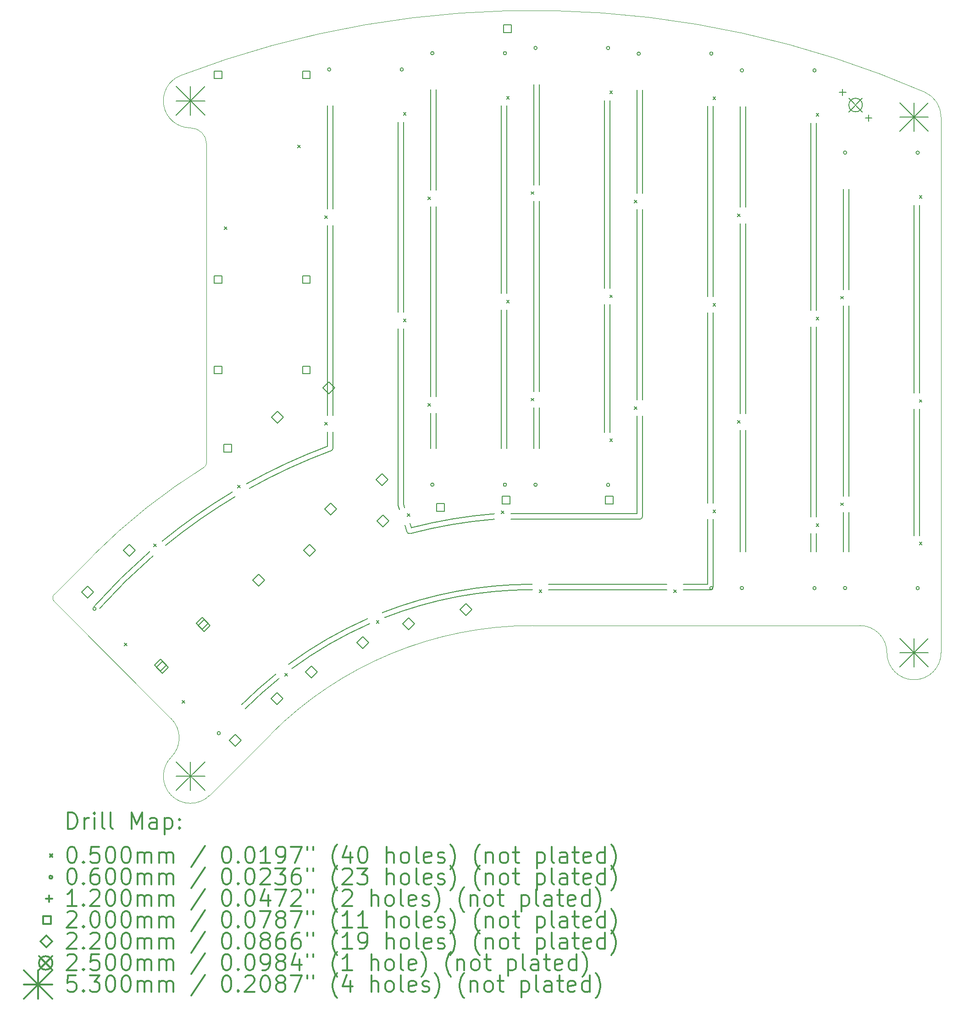
<source format=gbr>
%FSLAX45Y45*%
G04 Gerber Fmt 4.5, Leading zero omitted, Abs format (unit mm)*
G04 Created by KiCad (PCBNEW 5.1.12-84ad8e8a86~92~ubuntu20.04.1) date 2021-11-17 23:27:24*
%MOMM*%
%LPD*%
G01*
G04 APERTURE LIST*
%TA.AperFunction,Profile*%
%ADD10C,0.150000*%
%TD*%
%TA.AperFunction,Profile*%
%ADD11C,0.120000*%
%TD*%
%TA.AperFunction,Profile*%
%ADD12C,0.100000*%
%TD*%
%ADD13C,0.200000*%
%ADD14C,0.300000*%
G04 APERTURE END LIST*
D10*
X13697696Y-10958732D02*
G75*
G02*
X13695000Y-10942536I47304J16196D01*
G01*
X13697696Y-10958732D02*
X13723889Y-11035451D01*
X13922148Y-11477170D02*
G75*
G02*
X13858499Y-11440397I-13438J50211D01*
G01*
X12495000Y-9901439D02*
G75*
G02*
X12462329Y-9948321I-50000J19D01*
G01*
X18210000Y-11162000D02*
G75*
G02*
X18160000Y-11212000I-50000J0D01*
G01*
X10948880Y-10645653D02*
G75*
G02*
X12462329Y-9948321I5227158J-9353707D01*
G01*
X12495000Y-9601000D02*
X12495000Y-9901439D01*
X9404119Y-11695542D02*
G75*
G02*
X10689135Y-10795764I6771920J-8303818D01*
G01*
X8187165Y-12858618D02*
G75*
G02*
X9174305Y-11888378I7988873J-7140742D01*
G01*
X8083047Y-12825198D02*
G75*
G02*
X9110026Y-11811774I8092991J-7174162D01*
G01*
X9339840Y-11618937D02*
G75*
G02*
X10639135Y-10709161I6836198J-8380423D01*
G01*
X10882035Y-14704959D02*
X10880713Y-14703636D01*
X10811325Y-14634248D02*
X10810017Y-14632940D01*
X13449876Y-13025939D02*
X13449278Y-13024410D01*
X13411601Y-12933533D02*
X13411010Y-12932022D01*
X13821559Y-11319106D02*
X13858499Y-11440397D01*
X13922148Y-11477170D02*
G75*
G02*
X15476000Y-11212000I2253890J-8522190D01*
G01*
X13411601Y-12933533D02*
G75*
G02*
X16176000Y-12412000I2764437J-7065827D01*
G01*
X10810017Y-14632940D02*
G75*
G02*
X11438058Y-14071106I5366022J-5366420D01*
G01*
X11676064Y-13888477D02*
G75*
G02*
X13133846Y-13046827I4499974J-6110883D01*
G01*
X11736940Y-13967813D02*
G75*
G02*
X13172114Y-13139215I4439098J-6031547D01*
G01*
X16476000Y-12412000D02*
X18660000Y-12412000D01*
X10880713Y-14703636D02*
G75*
G02*
X11498934Y-14150441I5295325J-5295724D01*
G01*
X13695000Y-7696000D02*
X13695000Y-10942536D01*
X13916111Y-11286549D02*
X13944459Y-11368296D01*
X13795000Y-7696000D02*
X13795000Y-10934236D01*
X13695000Y-7396000D02*
X13695000Y-3886000D01*
X13795000Y-3886000D02*
X13795000Y-7396000D01*
X12495000Y-5491000D02*
X12495000Y-3586000D01*
X12495000Y-9301000D02*
X12495000Y-5791000D01*
X12395000Y-9601000D02*
X12395000Y-9866650D01*
X12395000Y-5791000D02*
X12395000Y-9301000D01*
X12395000Y-3586000D02*
X12395000Y-5491000D01*
X18210000Y-9309000D02*
X18210000Y-11162000D01*
X15776000Y-11212000D02*
X18160000Y-11212000D01*
X19410000Y-11214000D02*
X19410000Y-12412000D01*
X18960000Y-12412000D02*
X19410000Y-12412000D01*
X18960000Y-12512000D02*
X19460000Y-12512000D01*
X18210000Y-5199000D02*
X18210000Y-3294000D01*
X18210000Y-9009000D02*
X18210000Y-5499000D01*
X18110000Y-9309000D02*
X18110000Y-11112000D01*
X18110000Y-5499000D02*
X18110000Y-9009000D01*
X18110000Y-3294000D02*
X18110000Y-5199000D01*
X19410000Y-7104000D02*
X19410000Y-3594000D01*
X19410000Y-10914000D02*
X19410000Y-7404000D01*
X19510000Y-11214000D02*
X19510000Y-12462000D01*
X19510000Y-7404000D02*
X19510000Y-10914000D01*
X19510000Y-3594000D02*
X19510000Y-7104000D01*
X15700000Y-7346000D02*
X15700000Y-9905000D01*
X15700000Y-3586000D02*
X15700000Y-7046000D01*
X15600000Y-7046000D02*
X15600000Y-3586000D01*
X15600000Y-9905000D02*
X15600000Y-7346000D01*
X14400000Y-9251000D02*
X14400000Y-9905000D01*
X14400000Y-5441000D02*
X14400000Y-8951000D01*
X14400000Y-3286000D02*
X14400000Y-5141000D01*
X14300000Y-5141000D02*
X14300000Y-3286000D01*
X14300000Y-8951000D02*
X14300000Y-5441000D01*
X14300000Y-9905000D02*
X14300000Y-9251000D01*
X17505000Y-6950000D02*
X17505000Y-3490000D01*
X17505000Y-9607000D02*
X17505000Y-7250000D01*
X17605000Y-7250000D02*
X17605000Y-9607000D01*
X17605000Y-3490000D02*
X17605000Y-6950000D01*
X16305000Y-3190000D02*
X16305000Y-5045000D01*
X16205000Y-5045000D02*
X16205000Y-3190000D01*
X16305000Y-5345000D02*
X16305000Y-8855000D01*
X16205000Y-8855000D02*
X16205000Y-5345000D01*
X16305000Y-9155000D02*
X16305000Y-9907000D01*
X16205000Y-9907000D02*
X16205000Y-9155000D01*
X21315000Y-7662000D02*
X21315000Y-11172000D01*
X21315000Y-3902000D02*
X21315000Y-7362000D01*
X21415000Y-7362000D02*
X21415000Y-3902000D01*
X21415000Y-11172000D02*
X21415000Y-7662000D01*
X21415000Y-11812000D02*
X21415000Y-11472000D01*
X21315000Y-11812000D02*
X21315000Y-11472000D01*
X20115000Y-9567000D02*
X20115000Y-11812000D01*
X20115000Y-5757000D02*
X20115000Y-9267000D01*
X20115000Y-3602000D02*
X20115000Y-5457000D01*
X20015000Y-5457000D02*
X20015000Y-3602000D01*
X20015000Y-9267000D02*
X20015000Y-5757000D01*
X20015000Y-11812000D02*
X20015000Y-9567000D01*
X23220000Y-11512000D02*
X23220000Y-9180000D01*
X23320000Y-8880000D02*
X23320000Y-5420000D01*
X23320000Y-11512000D02*
X23320000Y-9180000D01*
X21920000Y-11085000D02*
X21920000Y-11812000D01*
X21920000Y-7275000D02*
X21920000Y-10785000D01*
X21920000Y-5120000D02*
X21920000Y-6975000D01*
X22020000Y-6975000D02*
X22020000Y-5120000D01*
X22020000Y-10785000D02*
X22020000Y-7275000D01*
X22020000Y-11812000D02*
X22020000Y-11085000D01*
X23220000Y-5420000D02*
X23220000Y-8880000D01*
X13795000Y-10934236D02*
X13818441Y-11002894D01*
X10898875Y-10559042D02*
G75*
G02*
X12395000Y-9866650I5277163J-9440318D01*
G01*
X15776000Y-11112000D02*
X18110000Y-11112000D01*
X19510000Y-12462000D02*
G75*
G02*
X19460000Y-12512000I-50000J0D01*
G01*
X13944459Y-11368296D02*
G75*
G02*
X15476000Y-11112000I2231579J-8631064D01*
G01*
X16476000Y-12512000D02*
X18660000Y-12512000D01*
X13449876Y-13025939D02*
G75*
G02*
X16176000Y-12512000I2726162J-6973421D01*
G01*
D11*
X7352485Y-12734402D02*
G75*
G02*
X7352485Y-12592980I70711J70711D01*
G01*
D12*
X9510337Y-14892253D02*
G75*
G02*
X9510337Y-15599360I-353553J-353553D01*
G01*
X10217443Y-16306467D02*
G75*
G02*
X9510337Y-15599360I-353553J353553D01*
G01*
X9864130Y-3993217D02*
G75*
G02*
X10161490Y-4290577I0J-297360D01*
G01*
X9864130Y-3993217D02*
G75*
G02*
X9685297Y-3026200I-240J500000D01*
G01*
X22222038Y-13174000D02*
G75*
G02*
X22722038Y-13674000I0J-500000D01*
G01*
X23722038Y-13674000D02*
G75*
G02*
X22722038Y-13674000I-500000J0D01*
G01*
X10161490Y-10169693D02*
G75*
G02*
X10114309Y-10254577I-100000J29D01*
G01*
X10161490Y-4290577D02*
X10161490Y-10169693D01*
X23421413Y-3334354D02*
G75*
G02*
X23722038Y-3792884I-199375J-458530D01*
G01*
X9685297Y-3026200D02*
G75*
G02*
X23421413Y-3334354I6490741J-16973160D01*
G01*
X8061271Y-11884194D02*
G75*
G02*
X10114309Y-10254577I8114767J-8115166D01*
G01*
X7352485Y-12592980D02*
X8061271Y-11884194D01*
X9510337Y-14892253D02*
X7352485Y-12734402D01*
X11350034Y-15173356D02*
X10217443Y-16306467D01*
X11350034Y-15173356D02*
G75*
G02*
X16176038Y-13174360I4826004J-4826004D01*
G01*
X16176038Y-13174360D02*
X22222038Y-13174000D01*
X23722038Y-3792884D02*
X23722038Y-13674000D01*
D13*
X8645559Y-13493787D02*
X8695559Y-13543787D01*
X8695559Y-13493787D02*
X8645559Y-13543787D01*
X9183863Y-11671204D02*
X9233863Y-11721204D01*
X9233863Y-11671204D02*
X9183863Y-11721204D01*
X9706219Y-14554447D02*
X9756219Y-14604447D01*
X9756219Y-14554447D02*
X9706219Y-14604447D01*
X10490000Y-5813750D02*
X10540000Y-5863750D01*
X10540000Y-5813750D02*
X10490000Y-5863750D01*
X10731538Y-10587511D02*
X10781538Y-10637511D01*
X10781538Y-10587511D02*
X10731538Y-10637511D01*
X11608156Y-14053961D02*
X11658156Y-14103961D01*
X11658156Y-14053961D02*
X11608156Y-14103961D01*
X11840000Y-4313750D02*
X11890000Y-4363750D01*
X11890000Y-4313750D02*
X11840000Y-4363750D01*
X12345000Y-5616000D02*
X12395000Y-5666000D01*
X12395000Y-5616000D02*
X12345000Y-5666000D01*
X12345000Y-9426000D02*
X12395000Y-9476000D01*
X12395000Y-9426000D02*
X12345000Y-9476000D01*
X13295263Y-13079909D02*
X13345263Y-13129909D01*
X13345263Y-13079909D02*
X13295263Y-13129909D01*
X13795000Y-3711000D02*
X13845000Y-3761000D01*
X13845000Y-3711000D02*
X13795000Y-3761000D01*
X13795000Y-7521000D02*
X13845000Y-7571000D01*
X13845000Y-7521000D02*
X13795000Y-7571000D01*
X13865914Y-11111582D02*
X13915914Y-11161582D01*
X13915914Y-11111582D02*
X13865914Y-11161582D01*
X14250000Y-5266000D02*
X14300000Y-5316000D01*
X14300000Y-5266000D02*
X14250000Y-5316000D01*
X14250000Y-9076000D02*
X14300000Y-9126000D01*
X14300000Y-9076000D02*
X14250000Y-9126000D01*
X15601000Y-11062000D02*
X15651000Y-11112000D01*
X15651000Y-11062000D02*
X15601000Y-11112000D01*
X15700000Y-3411000D02*
X15750000Y-3461000D01*
X15750000Y-3411000D02*
X15700000Y-3461000D01*
X15700000Y-7171000D02*
X15750000Y-7221000D01*
X15750000Y-7171000D02*
X15700000Y-7221000D01*
X16155000Y-5170000D02*
X16205000Y-5220000D01*
X16205000Y-5170000D02*
X16155000Y-5220000D01*
X16155000Y-8980000D02*
X16205000Y-9030000D01*
X16205000Y-8980000D02*
X16155000Y-9030000D01*
X16301000Y-12512000D02*
X16351000Y-12562000D01*
X16351000Y-12512000D02*
X16301000Y-12562000D01*
X17605000Y-3315000D02*
X17655000Y-3365000D01*
X17655000Y-3315000D02*
X17605000Y-3365000D01*
X17605000Y-7075000D02*
X17655000Y-7125000D01*
X17655000Y-7075000D02*
X17605000Y-7125000D01*
X17605000Y-9732000D02*
X17655000Y-9782000D01*
X17655000Y-9732000D02*
X17605000Y-9782000D01*
X18060000Y-5324000D02*
X18110000Y-5374000D01*
X18110000Y-5324000D02*
X18060000Y-5374000D01*
X18060000Y-9134000D02*
X18110000Y-9184000D01*
X18110000Y-9134000D02*
X18060000Y-9184000D01*
X18785000Y-12512000D02*
X18835000Y-12562000D01*
X18835000Y-12512000D02*
X18785000Y-12562000D01*
X19510000Y-3419000D02*
X19560000Y-3469000D01*
X19560000Y-3419000D02*
X19510000Y-3469000D01*
X19510000Y-7229000D02*
X19560000Y-7279000D01*
X19560000Y-7229000D02*
X19510000Y-7279000D01*
X19510000Y-11039000D02*
X19560000Y-11089000D01*
X19560000Y-11039000D02*
X19510000Y-11089000D01*
X19965000Y-5582000D02*
X20015000Y-5632000D01*
X20015000Y-5582000D02*
X19965000Y-5632000D01*
X19965000Y-9392000D02*
X20015000Y-9442000D01*
X20015000Y-9392000D02*
X19965000Y-9442000D01*
X21415000Y-3727000D02*
X21465000Y-3777000D01*
X21465000Y-3727000D02*
X21415000Y-3777000D01*
X21415000Y-7487000D02*
X21465000Y-7537000D01*
X21465000Y-7487000D02*
X21415000Y-7537000D01*
X21415000Y-11297000D02*
X21465000Y-11347000D01*
X21465000Y-11297000D02*
X21415000Y-11347000D01*
X21870000Y-7100000D02*
X21920000Y-7150000D01*
X21920000Y-7100000D02*
X21870000Y-7150000D01*
X21870000Y-10910000D02*
X21920000Y-10960000D01*
X21920000Y-10910000D02*
X21870000Y-10960000D01*
X23320000Y-5245000D02*
X23370000Y-5295000D01*
X23370000Y-5245000D02*
X23320000Y-5295000D01*
X23320000Y-9005000D02*
X23370000Y-9055000D01*
X23370000Y-9005000D02*
X23320000Y-9055000D01*
X23320000Y-11637000D02*
X23370000Y-11687000D01*
X23370000Y-11637000D02*
X23320000Y-11687000D01*
X8122499Y-12862945D02*
G75*
G03*
X8122499Y-12862945I-30000J0D01*
G01*
X10417061Y-15157507D02*
G75*
G03*
X10417061Y-15157507I-30000J0D01*
G01*
X12455000Y-2916000D02*
G75*
G03*
X12455000Y-2916000I-30000J0D01*
G01*
X13795000Y-2916000D02*
G75*
G03*
X13795000Y-2916000I-30000J0D01*
G01*
X14360000Y-2616000D02*
G75*
G03*
X14360000Y-2616000I-30000J0D01*
G01*
X14360000Y-10575000D02*
G75*
G03*
X14360000Y-10575000I-30000J0D01*
G01*
X15700000Y-2616000D02*
G75*
G03*
X15700000Y-2616000I-30000J0D01*
G01*
X15700000Y-10575000D02*
G75*
G03*
X15700000Y-10575000I-30000J0D01*
G01*
X16265000Y-2520000D02*
G75*
G03*
X16265000Y-2520000I-30000J0D01*
G01*
X16265000Y-10577000D02*
G75*
G03*
X16265000Y-10577000I-30000J0D01*
G01*
X17605000Y-2520000D02*
G75*
G03*
X17605000Y-2520000I-30000J0D01*
G01*
X17605000Y-10577000D02*
G75*
G03*
X17605000Y-10577000I-30000J0D01*
G01*
X18170000Y-2624000D02*
G75*
G03*
X18170000Y-2624000I-30000J0D01*
G01*
X19510000Y-2624000D02*
G75*
G03*
X19510000Y-2624000I-30000J0D01*
G01*
X19510000Y-12482000D02*
G75*
G03*
X19510000Y-12482000I-30000J0D01*
G01*
X20075000Y-2932000D02*
G75*
G03*
X20075000Y-2932000I-30000J0D01*
G01*
X20075000Y-12482000D02*
G75*
G03*
X20075000Y-12482000I-30000J0D01*
G01*
X21415000Y-2932000D02*
G75*
G03*
X21415000Y-2932000I-30000J0D01*
G01*
X21415000Y-12482000D02*
G75*
G03*
X21415000Y-12482000I-30000J0D01*
G01*
X21980000Y-4450000D02*
G75*
G03*
X21980000Y-4450000I-30000J0D01*
G01*
X21980000Y-12482000D02*
G75*
G03*
X21980000Y-12482000I-30000J0D01*
G01*
X23320000Y-4450000D02*
G75*
G03*
X23320000Y-4450000I-30000J0D01*
G01*
X23320000Y-12482000D02*
G75*
G03*
X23320000Y-12482000I-30000J0D01*
G01*
X21905625Y-3274062D02*
X21905625Y-3394062D01*
X21845625Y-3334062D02*
X21965625Y-3334062D01*
X22381875Y-3750312D02*
X22381875Y-3870312D01*
X22321875Y-3810312D02*
X22441875Y-3810312D01*
X10446336Y-3086461D02*
X10446336Y-2945039D01*
X10304914Y-2945039D01*
X10304914Y-3086461D01*
X10446336Y-3086461D01*
X10446336Y-6861961D02*
X10446336Y-6720539D01*
X10304914Y-6720539D01*
X10304914Y-6861961D01*
X10446336Y-6861961D01*
X10446336Y-8528836D02*
X10446336Y-8387414D01*
X10304914Y-8387414D01*
X10304914Y-8528836D01*
X10446336Y-8528836D01*
X10620711Y-9970711D02*
X10620711Y-9829289D01*
X10479289Y-9829289D01*
X10479289Y-9970711D01*
X10620711Y-9970711D01*
X12075086Y-3086461D02*
X12075086Y-2945039D01*
X11933664Y-2945039D01*
X11933664Y-3086461D01*
X12075086Y-3086461D01*
X12075086Y-6861961D02*
X12075086Y-6720539D01*
X11933664Y-6720539D01*
X11933664Y-6861961D01*
X12075086Y-6861961D01*
X12075086Y-8528836D02*
X12075086Y-8387414D01*
X11933664Y-8387414D01*
X11933664Y-8528836D01*
X12075086Y-8528836D01*
X14550056Y-11062793D02*
X14550056Y-10921370D01*
X14408633Y-10921370D01*
X14408633Y-11062793D01*
X14550056Y-11062793D01*
X15763086Y-10928211D02*
X15763086Y-10786789D01*
X15621664Y-10786789D01*
X15621664Y-10928211D01*
X15763086Y-10928211D01*
X15785086Y-2236649D02*
X15785086Y-2095226D01*
X15643664Y-2095226D01*
X15643664Y-2236649D01*
X15785086Y-2236649D01*
X17668086Y-10930211D02*
X17668086Y-10788789D01*
X17526664Y-10788789D01*
X17526664Y-10930211D01*
X17668086Y-10930211D01*
X7961579Y-12665647D02*
X8071579Y-12555647D01*
X7961579Y-12445647D01*
X7851579Y-12555647D01*
X7961579Y-12665647D01*
X8732325Y-11894901D02*
X8842325Y-11784901D01*
X8732325Y-11674901D01*
X8622325Y-11784901D01*
X8732325Y-11894901D01*
X9308617Y-14012685D02*
X9418617Y-13902685D01*
X9308617Y-13792685D01*
X9198617Y-13902685D01*
X9308617Y-14012685D01*
X9347508Y-14051576D02*
X9457508Y-13941576D01*
X9347508Y-13831576D01*
X9237508Y-13941576D01*
X9347508Y-14051576D01*
X10079364Y-13241939D02*
X10189364Y-13131939D01*
X10079364Y-13021939D01*
X9969364Y-13131939D01*
X10079364Y-13241939D01*
X10118254Y-13280830D02*
X10228254Y-13170830D01*
X10118254Y-13060830D01*
X10008254Y-13170830D01*
X10118254Y-13280830D01*
X10694546Y-15398615D02*
X10804546Y-15288615D01*
X10694546Y-15178615D01*
X10584546Y-15288615D01*
X10694546Y-15398615D01*
X11120554Y-12443005D02*
X11230554Y-12333005D01*
X11120554Y-12223005D01*
X11010554Y-12333005D01*
X11120554Y-12443005D01*
X11465293Y-14627868D02*
X11575293Y-14517868D01*
X11465293Y-14407868D01*
X11355293Y-14517868D01*
X11465293Y-14627868D01*
X11473016Y-9440446D02*
X11583016Y-9330446D01*
X11473016Y-9220446D01*
X11363016Y-9330446D01*
X11473016Y-9440446D01*
X12064522Y-11898005D02*
X12174522Y-11788005D01*
X12064522Y-11678005D01*
X11954522Y-11788005D01*
X12064522Y-11898005D01*
X12100554Y-14140415D02*
X12210554Y-14030415D01*
X12100554Y-13920415D01*
X11990554Y-14030415D01*
X12100554Y-14140415D01*
X12416984Y-8895446D02*
X12526984Y-8785446D01*
X12416984Y-8675446D01*
X12306984Y-8785446D01*
X12416984Y-8895446D01*
X12453016Y-11137855D02*
X12563016Y-11027855D01*
X12453016Y-10917855D01*
X12343016Y-11027855D01*
X12453016Y-11137855D01*
X13044522Y-13595415D02*
X13154522Y-13485415D01*
X13044522Y-13375415D01*
X12934522Y-13485415D01*
X13044522Y-13595415D01*
X13396984Y-10592855D02*
X13506984Y-10482855D01*
X13396984Y-10372855D01*
X13286984Y-10482855D01*
X13396984Y-10592855D01*
X13414239Y-11351313D02*
X13524239Y-11241313D01*
X13414239Y-11131314D01*
X13304239Y-11241313D01*
X13414239Y-11351313D01*
X13891724Y-13252263D02*
X14001724Y-13142263D01*
X13891724Y-13032263D01*
X13781724Y-13142263D01*
X13891724Y-13252263D01*
X14948885Y-12986722D02*
X15058885Y-12876722D01*
X14948885Y-12766722D01*
X14838885Y-12876722D01*
X14948885Y-12986722D01*
X22018750Y-3447187D02*
X22268750Y-3697187D01*
X22268750Y-3447187D02*
X22018750Y-3697187D01*
X22268750Y-3572187D02*
G75*
G03*
X22268750Y-3572187I-125000J0D01*
G01*
X9598890Y-3228217D02*
X10128890Y-3758217D01*
X10128890Y-3228217D02*
X9598890Y-3758217D01*
X9863890Y-3228217D02*
X9863890Y-3758217D01*
X9598890Y-3493217D02*
X10128890Y-3493217D01*
X9598890Y-15687914D02*
X10128890Y-16217914D01*
X10128890Y-15687914D02*
X9598890Y-16217914D01*
X9863890Y-15687914D02*
X9863890Y-16217914D01*
X9598890Y-15952914D02*
X10128890Y-15952914D01*
X22957038Y-3527884D02*
X23487038Y-4057884D01*
X23487038Y-3527884D02*
X22957038Y-4057884D01*
X23222038Y-3527884D02*
X23222038Y-4057884D01*
X22957038Y-3792884D02*
X23487038Y-3792884D01*
X22957038Y-13409000D02*
X23487038Y-13939000D01*
X23487038Y-13409000D02*
X22957038Y-13939000D01*
X23222038Y-13409000D02*
X23222038Y-13939000D01*
X22957038Y-13674000D02*
X23487038Y-13674000D01*
D14*
X7603624Y-16923628D02*
X7603624Y-16623628D01*
X7675052Y-16623628D01*
X7717910Y-16637914D01*
X7746481Y-16666485D01*
X7760767Y-16695057D01*
X7775052Y-16752199D01*
X7775052Y-16795057D01*
X7760767Y-16852200D01*
X7746481Y-16880771D01*
X7717910Y-16909342D01*
X7675052Y-16923628D01*
X7603624Y-16923628D01*
X7903624Y-16923628D02*
X7903624Y-16723628D01*
X7903624Y-16780771D02*
X7917910Y-16752199D01*
X7932195Y-16737914D01*
X7960767Y-16723628D01*
X7989338Y-16723628D01*
X8089338Y-16923628D02*
X8089338Y-16723628D01*
X8089338Y-16623628D02*
X8075052Y-16637914D01*
X8089338Y-16652199D01*
X8103624Y-16637914D01*
X8089338Y-16623628D01*
X8089338Y-16652199D01*
X8275052Y-16923628D02*
X8246481Y-16909342D01*
X8232195Y-16880771D01*
X8232195Y-16623628D01*
X8432195Y-16923628D02*
X8403624Y-16909342D01*
X8389338Y-16880771D01*
X8389338Y-16623628D01*
X8775053Y-16923628D02*
X8775053Y-16623628D01*
X8875053Y-16837914D01*
X8975053Y-16623628D01*
X8975053Y-16923628D01*
X9246481Y-16923628D02*
X9246481Y-16766485D01*
X9232195Y-16737914D01*
X9203624Y-16723628D01*
X9146481Y-16723628D01*
X9117910Y-16737914D01*
X9246481Y-16909342D02*
X9217910Y-16923628D01*
X9146481Y-16923628D01*
X9117910Y-16909342D01*
X9103624Y-16880771D01*
X9103624Y-16852200D01*
X9117910Y-16823628D01*
X9146481Y-16809342D01*
X9217910Y-16809342D01*
X9246481Y-16795057D01*
X9389338Y-16723628D02*
X9389338Y-17023628D01*
X9389338Y-16737914D02*
X9417910Y-16723628D01*
X9475053Y-16723628D01*
X9503624Y-16737914D01*
X9517910Y-16752199D01*
X9532195Y-16780771D01*
X9532195Y-16866485D01*
X9517910Y-16895057D01*
X9503624Y-16909342D01*
X9475053Y-16923628D01*
X9417910Y-16923628D01*
X9389338Y-16909342D01*
X9660767Y-16895057D02*
X9675053Y-16909342D01*
X9660767Y-16923628D01*
X9646481Y-16909342D01*
X9660767Y-16895057D01*
X9660767Y-16923628D01*
X9660767Y-16737914D02*
X9675053Y-16752199D01*
X9660767Y-16766485D01*
X9646481Y-16752199D01*
X9660767Y-16737914D01*
X9660767Y-16766485D01*
X7267195Y-17392914D02*
X7317195Y-17442914D01*
X7317195Y-17392914D02*
X7267195Y-17442914D01*
X7660767Y-17253628D02*
X7689338Y-17253628D01*
X7717910Y-17267914D01*
X7732195Y-17282200D01*
X7746481Y-17310771D01*
X7760767Y-17367914D01*
X7760767Y-17439342D01*
X7746481Y-17496485D01*
X7732195Y-17525057D01*
X7717910Y-17539342D01*
X7689338Y-17553628D01*
X7660767Y-17553628D01*
X7632195Y-17539342D01*
X7617910Y-17525057D01*
X7603624Y-17496485D01*
X7589338Y-17439342D01*
X7589338Y-17367914D01*
X7603624Y-17310771D01*
X7617910Y-17282200D01*
X7632195Y-17267914D01*
X7660767Y-17253628D01*
X7889338Y-17525057D02*
X7903624Y-17539342D01*
X7889338Y-17553628D01*
X7875052Y-17539342D01*
X7889338Y-17525057D01*
X7889338Y-17553628D01*
X8175052Y-17253628D02*
X8032195Y-17253628D01*
X8017910Y-17396485D01*
X8032195Y-17382200D01*
X8060767Y-17367914D01*
X8132195Y-17367914D01*
X8160767Y-17382200D01*
X8175052Y-17396485D01*
X8189338Y-17425057D01*
X8189338Y-17496485D01*
X8175052Y-17525057D01*
X8160767Y-17539342D01*
X8132195Y-17553628D01*
X8060767Y-17553628D01*
X8032195Y-17539342D01*
X8017910Y-17525057D01*
X8375052Y-17253628D02*
X8403624Y-17253628D01*
X8432195Y-17267914D01*
X8446481Y-17282200D01*
X8460767Y-17310771D01*
X8475053Y-17367914D01*
X8475053Y-17439342D01*
X8460767Y-17496485D01*
X8446481Y-17525057D01*
X8432195Y-17539342D01*
X8403624Y-17553628D01*
X8375052Y-17553628D01*
X8346481Y-17539342D01*
X8332195Y-17525057D01*
X8317910Y-17496485D01*
X8303624Y-17439342D01*
X8303624Y-17367914D01*
X8317910Y-17310771D01*
X8332195Y-17282200D01*
X8346481Y-17267914D01*
X8375052Y-17253628D01*
X8660767Y-17253628D02*
X8689338Y-17253628D01*
X8717910Y-17267914D01*
X8732195Y-17282200D01*
X8746481Y-17310771D01*
X8760767Y-17367914D01*
X8760767Y-17439342D01*
X8746481Y-17496485D01*
X8732195Y-17525057D01*
X8717910Y-17539342D01*
X8689338Y-17553628D01*
X8660767Y-17553628D01*
X8632195Y-17539342D01*
X8617910Y-17525057D01*
X8603624Y-17496485D01*
X8589338Y-17439342D01*
X8589338Y-17367914D01*
X8603624Y-17310771D01*
X8617910Y-17282200D01*
X8632195Y-17267914D01*
X8660767Y-17253628D01*
X8889338Y-17553628D02*
X8889338Y-17353628D01*
X8889338Y-17382200D02*
X8903624Y-17367914D01*
X8932195Y-17353628D01*
X8975053Y-17353628D01*
X9003624Y-17367914D01*
X9017910Y-17396485D01*
X9017910Y-17553628D01*
X9017910Y-17396485D02*
X9032195Y-17367914D01*
X9060767Y-17353628D01*
X9103624Y-17353628D01*
X9132195Y-17367914D01*
X9146481Y-17396485D01*
X9146481Y-17553628D01*
X9289338Y-17553628D02*
X9289338Y-17353628D01*
X9289338Y-17382200D02*
X9303624Y-17367914D01*
X9332195Y-17353628D01*
X9375053Y-17353628D01*
X9403624Y-17367914D01*
X9417910Y-17396485D01*
X9417910Y-17553628D01*
X9417910Y-17396485D02*
X9432195Y-17367914D01*
X9460767Y-17353628D01*
X9503624Y-17353628D01*
X9532195Y-17367914D01*
X9546481Y-17396485D01*
X9546481Y-17553628D01*
X10132195Y-17239342D02*
X9875053Y-17625057D01*
X10517910Y-17253628D02*
X10546481Y-17253628D01*
X10575053Y-17267914D01*
X10589338Y-17282200D01*
X10603624Y-17310771D01*
X10617910Y-17367914D01*
X10617910Y-17439342D01*
X10603624Y-17496485D01*
X10589338Y-17525057D01*
X10575053Y-17539342D01*
X10546481Y-17553628D01*
X10517910Y-17553628D01*
X10489338Y-17539342D01*
X10475053Y-17525057D01*
X10460767Y-17496485D01*
X10446481Y-17439342D01*
X10446481Y-17367914D01*
X10460767Y-17310771D01*
X10475053Y-17282200D01*
X10489338Y-17267914D01*
X10517910Y-17253628D01*
X10746481Y-17525057D02*
X10760767Y-17539342D01*
X10746481Y-17553628D01*
X10732195Y-17539342D01*
X10746481Y-17525057D01*
X10746481Y-17553628D01*
X10946481Y-17253628D02*
X10975053Y-17253628D01*
X11003624Y-17267914D01*
X11017910Y-17282200D01*
X11032195Y-17310771D01*
X11046481Y-17367914D01*
X11046481Y-17439342D01*
X11032195Y-17496485D01*
X11017910Y-17525057D01*
X11003624Y-17539342D01*
X10975053Y-17553628D01*
X10946481Y-17553628D01*
X10917910Y-17539342D01*
X10903624Y-17525057D01*
X10889338Y-17496485D01*
X10875053Y-17439342D01*
X10875053Y-17367914D01*
X10889338Y-17310771D01*
X10903624Y-17282200D01*
X10917910Y-17267914D01*
X10946481Y-17253628D01*
X11332195Y-17553628D02*
X11160767Y-17553628D01*
X11246481Y-17553628D02*
X11246481Y-17253628D01*
X11217910Y-17296485D01*
X11189338Y-17325057D01*
X11160767Y-17339342D01*
X11475052Y-17553628D02*
X11532195Y-17553628D01*
X11560767Y-17539342D01*
X11575052Y-17525057D01*
X11603624Y-17482200D01*
X11617910Y-17425057D01*
X11617910Y-17310771D01*
X11603624Y-17282200D01*
X11589338Y-17267914D01*
X11560767Y-17253628D01*
X11503624Y-17253628D01*
X11475052Y-17267914D01*
X11460767Y-17282200D01*
X11446481Y-17310771D01*
X11446481Y-17382200D01*
X11460767Y-17410771D01*
X11475052Y-17425057D01*
X11503624Y-17439342D01*
X11560767Y-17439342D01*
X11589338Y-17425057D01*
X11603624Y-17410771D01*
X11617910Y-17382200D01*
X11717910Y-17253628D02*
X11917910Y-17253628D01*
X11789338Y-17553628D01*
X12017910Y-17253628D02*
X12017910Y-17310771D01*
X12132195Y-17253628D02*
X12132195Y-17310771D01*
X12575052Y-17667914D02*
X12560767Y-17653628D01*
X12532195Y-17610771D01*
X12517910Y-17582200D01*
X12503624Y-17539342D01*
X12489338Y-17467914D01*
X12489338Y-17410771D01*
X12503624Y-17339342D01*
X12517910Y-17296485D01*
X12532195Y-17267914D01*
X12560767Y-17225057D01*
X12575052Y-17210771D01*
X12817910Y-17353628D02*
X12817910Y-17553628D01*
X12746481Y-17239342D02*
X12675052Y-17453628D01*
X12860767Y-17453628D01*
X13032195Y-17253628D02*
X13060767Y-17253628D01*
X13089338Y-17267914D01*
X13103624Y-17282200D01*
X13117910Y-17310771D01*
X13132195Y-17367914D01*
X13132195Y-17439342D01*
X13117910Y-17496485D01*
X13103624Y-17525057D01*
X13089338Y-17539342D01*
X13060767Y-17553628D01*
X13032195Y-17553628D01*
X13003624Y-17539342D01*
X12989338Y-17525057D01*
X12975052Y-17496485D01*
X12960767Y-17439342D01*
X12960767Y-17367914D01*
X12975052Y-17310771D01*
X12989338Y-17282200D01*
X13003624Y-17267914D01*
X13032195Y-17253628D01*
X13489338Y-17553628D02*
X13489338Y-17253628D01*
X13617910Y-17553628D02*
X13617910Y-17396485D01*
X13603624Y-17367914D01*
X13575052Y-17353628D01*
X13532195Y-17353628D01*
X13503624Y-17367914D01*
X13489338Y-17382200D01*
X13803624Y-17553628D02*
X13775052Y-17539342D01*
X13760767Y-17525057D01*
X13746481Y-17496485D01*
X13746481Y-17410771D01*
X13760767Y-17382200D01*
X13775052Y-17367914D01*
X13803624Y-17353628D01*
X13846481Y-17353628D01*
X13875052Y-17367914D01*
X13889338Y-17382200D01*
X13903624Y-17410771D01*
X13903624Y-17496485D01*
X13889338Y-17525057D01*
X13875052Y-17539342D01*
X13846481Y-17553628D01*
X13803624Y-17553628D01*
X14075052Y-17553628D02*
X14046481Y-17539342D01*
X14032195Y-17510771D01*
X14032195Y-17253628D01*
X14303624Y-17539342D02*
X14275052Y-17553628D01*
X14217910Y-17553628D01*
X14189338Y-17539342D01*
X14175052Y-17510771D01*
X14175052Y-17396485D01*
X14189338Y-17367914D01*
X14217910Y-17353628D01*
X14275052Y-17353628D01*
X14303624Y-17367914D01*
X14317910Y-17396485D01*
X14317910Y-17425057D01*
X14175052Y-17453628D01*
X14432195Y-17539342D02*
X14460767Y-17553628D01*
X14517910Y-17553628D01*
X14546481Y-17539342D01*
X14560767Y-17510771D01*
X14560767Y-17496485D01*
X14546481Y-17467914D01*
X14517910Y-17453628D01*
X14475052Y-17453628D01*
X14446481Y-17439342D01*
X14432195Y-17410771D01*
X14432195Y-17396485D01*
X14446481Y-17367914D01*
X14475052Y-17353628D01*
X14517910Y-17353628D01*
X14546481Y-17367914D01*
X14660767Y-17667914D02*
X14675052Y-17653628D01*
X14703624Y-17610771D01*
X14717910Y-17582200D01*
X14732195Y-17539342D01*
X14746481Y-17467914D01*
X14746481Y-17410771D01*
X14732195Y-17339342D01*
X14717910Y-17296485D01*
X14703624Y-17267914D01*
X14675052Y-17225057D01*
X14660767Y-17210771D01*
X15203624Y-17667914D02*
X15189338Y-17653628D01*
X15160767Y-17610771D01*
X15146481Y-17582200D01*
X15132195Y-17539342D01*
X15117910Y-17467914D01*
X15117910Y-17410771D01*
X15132195Y-17339342D01*
X15146481Y-17296485D01*
X15160767Y-17267914D01*
X15189338Y-17225057D01*
X15203624Y-17210771D01*
X15317910Y-17353628D02*
X15317910Y-17553628D01*
X15317910Y-17382200D02*
X15332195Y-17367914D01*
X15360767Y-17353628D01*
X15403624Y-17353628D01*
X15432195Y-17367914D01*
X15446481Y-17396485D01*
X15446481Y-17553628D01*
X15632195Y-17553628D02*
X15603624Y-17539342D01*
X15589338Y-17525057D01*
X15575052Y-17496485D01*
X15575052Y-17410771D01*
X15589338Y-17382200D01*
X15603624Y-17367914D01*
X15632195Y-17353628D01*
X15675052Y-17353628D01*
X15703624Y-17367914D01*
X15717910Y-17382200D01*
X15732195Y-17410771D01*
X15732195Y-17496485D01*
X15717910Y-17525057D01*
X15703624Y-17539342D01*
X15675052Y-17553628D01*
X15632195Y-17553628D01*
X15817910Y-17353628D02*
X15932195Y-17353628D01*
X15860767Y-17253628D02*
X15860767Y-17510771D01*
X15875052Y-17539342D01*
X15903624Y-17553628D01*
X15932195Y-17553628D01*
X16260767Y-17353628D02*
X16260767Y-17653628D01*
X16260767Y-17367914D02*
X16289338Y-17353628D01*
X16346481Y-17353628D01*
X16375052Y-17367914D01*
X16389338Y-17382200D01*
X16403624Y-17410771D01*
X16403624Y-17496485D01*
X16389338Y-17525057D01*
X16375052Y-17539342D01*
X16346481Y-17553628D01*
X16289338Y-17553628D01*
X16260767Y-17539342D01*
X16575052Y-17553628D02*
X16546481Y-17539342D01*
X16532195Y-17510771D01*
X16532195Y-17253628D01*
X16817910Y-17553628D02*
X16817910Y-17396485D01*
X16803624Y-17367914D01*
X16775052Y-17353628D01*
X16717910Y-17353628D01*
X16689338Y-17367914D01*
X16817910Y-17539342D02*
X16789338Y-17553628D01*
X16717910Y-17553628D01*
X16689338Y-17539342D01*
X16675052Y-17510771D01*
X16675052Y-17482200D01*
X16689338Y-17453628D01*
X16717910Y-17439342D01*
X16789338Y-17439342D01*
X16817910Y-17425057D01*
X16917910Y-17353628D02*
X17032195Y-17353628D01*
X16960767Y-17253628D02*
X16960767Y-17510771D01*
X16975053Y-17539342D01*
X17003624Y-17553628D01*
X17032195Y-17553628D01*
X17246481Y-17539342D02*
X17217910Y-17553628D01*
X17160767Y-17553628D01*
X17132195Y-17539342D01*
X17117910Y-17510771D01*
X17117910Y-17396485D01*
X17132195Y-17367914D01*
X17160767Y-17353628D01*
X17217910Y-17353628D01*
X17246481Y-17367914D01*
X17260767Y-17396485D01*
X17260767Y-17425057D01*
X17117910Y-17453628D01*
X17517910Y-17553628D02*
X17517910Y-17253628D01*
X17517910Y-17539342D02*
X17489338Y-17553628D01*
X17432195Y-17553628D01*
X17403624Y-17539342D01*
X17389338Y-17525057D01*
X17375053Y-17496485D01*
X17375053Y-17410771D01*
X17389338Y-17382200D01*
X17403624Y-17367914D01*
X17432195Y-17353628D01*
X17489338Y-17353628D01*
X17517910Y-17367914D01*
X17632195Y-17667914D02*
X17646481Y-17653628D01*
X17675053Y-17610771D01*
X17689338Y-17582200D01*
X17703624Y-17539342D01*
X17717910Y-17467914D01*
X17717910Y-17410771D01*
X17703624Y-17339342D01*
X17689338Y-17296485D01*
X17675053Y-17267914D01*
X17646481Y-17225057D01*
X17632195Y-17210771D01*
X7317195Y-17813914D02*
G75*
G03*
X7317195Y-17813914I-30000J0D01*
G01*
X7660767Y-17649628D02*
X7689338Y-17649628D01*
X7717910Y-17663914D01*
X7732195Y-17678200D01*
X7746481Y-17706771D01*
X7760767Y-17763914D01*
X7760767Y-17835342D01*
X7746481Y-17892485D01*
X7732195Y-17921057D01*
X7717910Y-17935342D01*
X7689338Y-17949628D01*
X7660767Y-17949628D01*
X7632195Y-17935342D01*
X7617910Y-17921057D01*
X7603624Y-17892485D01*
X7589338Y-17835342D01*
X7589338Y-17763914D01*
X7603624Y-17706771D01*
X7617910Y-17678200D01*
X7632195Y-17663914D01*
X7660767Y-17649628D01*
X7889338Y-17921057D02*
X7903624Y-17935342D01*
X7889338Y-17949628D01*
X7875052Y-17935342D01*
X7889338Y-17921057D01*
X7889338Y-17949628D01*
X8160767Y-17649628D02*
X8103624Y-17649628D01*
X8075052Y-17663914D01*
X8060767Y-17678200D01*
X8032195Y-17721057D01*
X8017910Y-17778200D01*
X8017910Y-17892485D01*
X8032195Y-17921057D01*
X8046481Y-17935342D01*
X8075052Y-17949628D01*
X8132195Y-17949628D01*
X8160767Y-17935342D01*
X8175052Y-17921057D01*
X8189338Y-17892485D01*
X8189338Y-17821057D01*
X8175052Y-17792485D01*
X8160767Y-17778200D01*
X8132195Y-17763914D01*
X8075052Y-17763914D01*
X8046481Y-17778200D01*
X8032195Y-17792485D01*
X8017910Y-17821057D01*
X8375052Y-17649628D02*
X8403624Y-17649628D01*
X8432195Y-17663914D01*
X8446481Y-17678200D01*
X8460767Y-17706771D01*
X8475053Y-17763914D01*
X8475053Y-17835342D01*
X8460767Y-17892485D01*
X8446481Y-17921057D01*
X8432195Y-17935342D01*
X8403624Y-17949628D01*
X8375052Y-17949628D01*
X8346481Y-17935342D01*
X8332195Y-17921057D01*
X8317910Y-17892485D01*
X8303624Y-17835342D01*
X8303624Y-17763914D01*
X8317910Y-17706771D01*
X8332195Y-17678200D01*
X8346481Y-17663914D01*
X8375052Y-17649628D01*
X8660767Y-17649628D02*
X8689338Y-17649628D01*
X8717910Y-17663914D01*
X8732195Y-17678200D01*
X8746481Y-17706771D01*
X8760767Y-17763914D01*
X8760767Y-17835342D01*
X8746481Y-17892485D01*
X8732195Y-17921057D01*
X8717910Y-17935342D01*
X8689338Y-17949628D01*
X8660767Y-17949628D01*
X8632195Y-17935342D01*
X8617910Y-17921057D01*
X8603624Y-17892485D01*
X8589338Y-17835342D01*
X8589338Y-17763914D01*
X8603624Y-17706771D01*
X8617910Y-17678200D01*
X8632195Y-17663914D01*
X8660767Y-17649628D01*
X8889338Y-17949628D02*
X8889338Y-17749628D01*
X8889338Y-17778200D02*
X8903624Y-17763914D01*
X8932195Y-17749628D01*
X8975053Y-17749628D01*
X9003624Y-17763914D01*
X9017910Y-17792485D01*
X9017910Y-17949628D01*
X9017910Y-17792485D02*
X9032195Y-17763914D01*
X9060767Y-17749628D01*
X9103624Y-17749628D01*
X9132195Y-17763914D01*
X9146481Y-17792485D01*
X9146481Y-17949628D01*
X9289338Y-17949628D02*
X9289338Y-17749628D01*
X9289338Y-17778200D02*
X9303624Y-17763914D01*
X9332195Y-17749628D01*
X9375053Y-17749628D01*
X9403624Y-17763914D01*
X9417910Y-17792485D01*
X9417910Y-17949628D01*
X9417910Y-17792485D02*
X9432195Y-17763914D01*
X9460767Y-17749628D01*
X9503624Y-17749628D01*
X9532195Y-17763914D01*
X9546481Y-17792485D01*
X9546481Y-17949628D01*
X10132195Y-17635342D02*
X9875053Y-18021057D01*
X10517910Y-17649628D02*
X10546481Y-17649628D01*
X10575053Y-17663914D01*
X10589338Y-17678200D01*
X10603624Y-17706771D01*
X10617910Y-17763914D01*
X10617910Y-17835342D01*
X10603624Y-17892485D01*
X10589338Y-17921057D01*
X10575053Y-17935342D01*
X10546481Y-17949628D01*
X10517910Y-17949628D01*
X10489338Y-17935342D01*
X10475053Y-17921057D01*
X10460767Y-17892485D01*
X10446481Y-17835342D01*
X10446481Y-17763914D01*
X10460767Y-17706771D01*
X10475053Y-17678200D01*
X10489338Y-17663914D01*
X10517910Y-17649628D01*
X10746481Y-17921057D02*
X10760767Y-17935342D01*
X10746481Y-17949628D01*
X10732195Y-17935342D01*
X10746481Y-17921057D01*
X10746481Y-17949628D01*
X10946481Y-17649628D02*
X10975053Y-17649628D01*
X11003624Y-17663914D01*
X11017910Y-17678200D01*
X11032195Y-17706771D01*
X11046481Y-17763914D01*
X11046481Y-17835342D01*
X11032195Y-17892485D01*
X11017910Y-17921057D01*
X11003624Y-17935342D01*
X10975053Y-17949628D01*
X10946481Y-17949628D01*
X10917910Y-17935342D01*
X10903624Y-17921057D01*
X10889338Y-17892485D01*
X10875053Y-17835342D01*
X10875053Y-17763914D01*
X10889338Y-17706771D01*
X10903624Y-17678200D01*
X10917910Y-17663914D01*
X10946481Y-17649628D01*
X11160767Y-17678200D02*
X11175053Y-17663914D01*
X11203624Y-17649628D01*
X11275052Y-17649628D01*
X11303624Y-17663914D01*
X11317910Y-17678200D01*
X11332195Y-17706771D01*
X11332195Y-17735342D01*
X11317910Y-17778200D01*
X11146481Y-17949628D01*
X11332195Y-17949628D01*
X11432195Y-17649628D02*
X11617910Y-17649628D01*
X11517910Y-17763914D01*
X11560767Y-17763914D01*
X11589338Y-17778200D01*
X11603624Y-17792485D01*
X11617910Y-17821057D01*
X11617910Y-17892485D01*
X11603624Y-17921057D01*
X11589338Y-17935342D01*
X11560767Y-17949628D01*
X11475052Y-17949628D01*
X11446481Y-17935342D01*
X11432195Y-17921057D01*
X11875052Y-17649628D02*
X11817910Y-17649628D01*
X11789338Y-17663914D01*
X11775052Y-17678200D01*
X11746481Y-17721057D01*
X11732195Y-17778200D01*
X11732195Y-17892485D01*
X11746481Y-17921057D01*
X11760767Y-17935342D01*
X11789338Y-17949628D01*
X11846481Y-17949628D01*
X11875052Y-17935342D01*
X11889338Y-17921057D01*
X11903624Y-17892485D01*
X11903624Y-17821057D01*
X11889338Y-17792485D01*
X11875052Y-17778200D01*
X11846481Y-17763914D01*
X11789338Y-17763914D01*
X11760767Y-17778200D01*
X11746481Y-17792485D01*
X11732195Y-17821057D01*
X12017910Y-17649628D02*
X12017910Y-17706771D01*
X12132195Y-17649628D02*
X12132195Y-17706771D01*
X12575052Y-18063914D02*
X12560767Y-18049628D01*
X12532195Y-18006771D01*
X12517910Y-17978200D01*
X12503624Y-17935342D01*
X12489338Y-17863914D01*
X12489338Y-17806771D01*
X12503624Y-17735342D01*
X12517910Y-17692485D01*
X12532195Y-17663914D01*
X12560767Y-17621057D01*
X12575052Y-17606771D01*
X12675052Y-17678200D02*
X12689338Y-17663914D01*
X12717910Y-17649628D01*
X12789338Y-17649628D01*
X12817910Y-17663914D01*
X12832195Y-17678200D01*
X12846481Y-17706771D01*
X12846481Y-17735342D01*
X12832195Y-17778200D01*
X12660767Y-17949628D01*
X12846481Y-17949628D01*
X12946481Y-17649628D02*
X13132195Y-17649628D01*
X13032195Y-17763914D01*
X13075052Y-17763914D01*
X13103624Y-17778200D01*
X13117910Y-17792485D01*
X13132195Y-17821057D01*
X13132195Y-17892485D01*
X13117910Y-17921057D01*
X13103624Y-17935342D01*
X13075052Y-17949628D01*
X12989338Y-17949628D01*
X12960767Y-17935342D01*
X12946481Y-17921057D01*
X13489338Y-17949628D02*
X13489338Y-17649628D01*
X13617910Y-17949628D02*
X13617910Y-17792485D01*
X13603624Y-17763914D01*
X13575052Y-17749628D01*
X13532195Y-17749628D01*
X13503624Y-17763914D01*
X13489338Y-17778200D01*
X13803624Y-17949628D02*
X13775052Y-17935342D01*
X13760767Y-17921057D01*
X13746481Y-17892485D01*
X13746481Y-17806771D01*
X13760767Y-17778200D01*
X13775052Y-17763914D01*
X13803624Y-17749628D01*
X13846481Y-17749628D01*
X13875052Y-17763914D01*
X13889338Y-17778200D01*
X13903624Y-17806771D01*
X13903624Y-17892485D01*
X13889338Y-17921057D01*
X13875052Y-17935342D01*
X13846481Y-17949628D01*
X13803624Y-17949628D01*
X14075052Y-17949628D02*
X14046481Y-17935342D01*
X14032195Y-17906771D01*
X14032195Y-17649628D01*
X14303624Y-17935342D02*
X14275052Y-17949628D01*
X14217910Y-17949628D01*
X14189338Y-17935342D01*
X14175052Y-17906771D01*
X14175052Y-17792485D01*
X14189338Y-17763914D01*
X14217910Y-17749628D01*
X14275052Y-17749628D01*
X14303624Y-17763914D01*
X14317910Y-17792485D01*
X14317910Y-17821057D01*
X14175052Y-17849628D01*
X14432195Y-17935342D02*
X14460767Y-17949628D01*
X14517910Y-17949628D01*
X14546481Y-17935342D01*
X14560767Y-17906771D01*
X14560767Y-17892485D01*
X14546481Y-17863914D01*
X14517910Y-17849628D01*
X14475052Y-17849628D01*
X14446481Y-17835342D01*
X14432195Y-17806771D01*
X14432195Y-17792485D01*
X14446481Y-17763914D01*
X14475052Y-17749628D01*
X14517910Y-17749628D01*
X14546481Y-17763914D01*
X14660767Y-18063914D02*
X14675052Y-18049628D01*
X14703624Y-18006771D01*
X14717910Y-17978200D01*
X14732195Y-17935342D01*
X14746481Y-17863914D01*
X14746481Y-17806771D01*
X14732195Y-17735342D01*
X14717910Y-17692485D01*
X14703624Y-17663914D01*
X14675052Y-17621057D01*
X14660767Y-17606771D01*
X15203624Y-18063914D02*
X15189338Y-18049628D01*
X15160767Y-18006771D01*
X15146481Y-17978200D01*
X15132195Y-17935342D01*
X15117910Y-17863914D01*
X15117910Y-17806771D01*
X15132195Y-17735342D01*
X15146481Y-17692485D01*
X15160767Y-17663914D01*
X15189338Y-17621057D01*
X15203624Y-17606771D01*
X15317910Y-17749628D02*
X15317910Y-17949628D01*
X15317910Y-17778200D02*
X15332195Y-17763914D01*
X15360767Y-17749628D01*
X15403624Y-17749628D01*
X15432195Y-17763914D01*
X15446481Y-17792485D01*
X15446481Y-17949628D01*
X15632195Y-17949628D02*
X15603624Y-17935342D01*
X15589338Y-17921057D01*
X15575052Y-17892485D01*
X15575052Y-17806771D01*
X15589338Y-17778200D01*
X15603624Y-17763914D01*
X15632195Y-17749628D01*
X15675052Y-17749628D01*
X15703624Y-17763914D01*
X15717910Y-17778200D01*
X15732195Y-17806771D01*
X15732195Y-17892485D01*
X15717910Y-17921057D01*
X15703624Y-17935342D01*
X15675052Y-17949628D01*
X15632195Y-17949628D01*
X15817910Y-17749628D02*
X15932195Y-17749628D01*
X15860767Y-17649628D02*
X15860767Y-17906771D01*
X15875052Y-17935342D01*
X15903624Y-17949628D01*
X15932195Y-17949628D01*
X16260767Y-17749628D02*
X16260767Y-18049628D01*
X16260767Y-17763914D02*
X16289338Y-17749628D01*
X16346481Y-17749628D01*
X16375052Y-17763914D01*
X16389338Y-17778200D01*
X16403624Y-17806771D01*
X16403624Y-17892485D01*
X16389338Y-17921057D01*
X16375052Y-17935342D01*
X16346481Y-17949628D01*
X16289338Y-17949628D01*
X16260767Y-17935342D01*
X16575052Y-17949628D02*
X16546481Y-17935342D01*
X16532195Y-17906771D01*
X16532195Y-17649628D01*
X16817910Y-17949628D02*
X16817910Y-17792485D01*
X16803624Y-17763914D01*
X16775052Y-17749628D01*
X16717910Y-17749628D01*
X16689338Y-17763914D01*
X16817910Y-17935342D02*
X16789338Y-17949628D01*
X16717910Y-17949628D01*
X16689338Y-17935342D01*
X16675052Y-17906771D01*
X16675052Y-17878200D01*
X16689338Y-17849628D01*
X16717910Y-17835342D01*
X16789338Y-17835342D01*
X16817910Y-17821057D01*
X16917910Y-17749628D02*
X17032195Y-17749628D01*
X16960767Y-17649628D02*
X16960767Y-17906771D01*
X16975053Y-17935342D01*
X17003624Y-17949628D01*
X17032195Y-17949628D01*
X17246481Y-17935342D02*
X17217910Y-17949628D01*
X17160767Y-17949628D01*
X17132195Y-17935342D01*
X17117910Y-17906771D01*
X17117910Y-17792485D01*
X17132195Y-17763914D01*
X17160767Y-17749628D01*
X17217910Y-17749628D01*
X17246481Y-17763914D01*
X17260767Y-17792485D01*
X17260767Y-17821057D01*
X17117910Y-17849628D01*
X17517910Y-17949628D02*
X17517910Y-17649628D01*
X17517910Y-17935342D02*
X17489338Y-17949628D01*
X17432195Y-17949628D01*
X17403624Y-17935342D01*
X17389338Y-17921057D01*
X17375053Y-17892485D01*
X17375053Y-17806771D01*
X17389338Y-17778200D01*
X17403624Y-17763914D01*
X17432195Y-17749628D01*
X17489338Y-17749628D01*
X17517910Y-17763914D01*
X17632195Y-18063914D02*
X17646481Y-18049628D01*
X17675053Y-18006771D01*
X17689338Y-17978200D01*
X17703624Y-17935342D01*
X17717910Y-17863914D01*
X17717910Y-17806771D01*
X17703624Y-17735342D01*
X17689338Y-17692485D01*
X17675053Y-17663914D01*
X17646481Y-17621057D01*
X17632195Y-17606771D01*
X7257195Y-18149914D02*
X7257195Y-18269914D01*
X7197195Y-18209914D02*
X7317195Y-18209914D01*
X7760767Y-18345628D02*
X7589338Y-18345628D01*
X7675052Y-18345628D02*
X7675052Y-18045628D01*
X7646481Y-18088485D01*
X7617910Y-18117057D01*
X7589338Y-18131342D01*
X7889338Y-18317057D02*
X7903624Y-18331342D01*
X7889338Y-18345628D01*
X7875052Y-18331342D01*
X7889338Y-18317057D01*
X7889338Y-18345628D01*
X8017910Y-18074200D02*
X8032195Y-18059914D01*
X8060767Y-18045628D01*
X8132195Y-18045628D01*
X8160767Y-18059914D01*
X8175052Y-18074200D01*
X8189338Y-18102771D01*
X8189338Y-18131342D01*
X8175052Y-18174200D01*
X8003624Y-18345628D01*
X8189338Y-18345628D01*
X8375052Y-18045628D02*
X8403624Y-18045628D01*
X8432195Y-18059914D01*
X8446481Y-18074200D01*
X8460767Y-18102771D01*
X8475053Y-18159914D01*
X8475053Y-18231342D01*
X8460767Y-18288485D01*
X8446481Y-18317057D01*
X8432195Y-18331342D01*
X8403624Y-18345628D01*
X8375052Y-18345628D01*
X8346481Y-18331342D01*
X8332195Y-18317057D01*
X8317910Y-18288485D01*
X8303624Y-18231342D01*
X8303624Y-18159914D01*
X8317910Y-18102771D01*
X8332195Y-18074200D01*
X8346481Y-18059914D01*
X8375052Y-18045628D01*
X8660767Y-18045628D02*
X8689338Y-18045628D01*
X8717910Y-18059914D01*
X8732195Y-18074200D01*
X8746481Y-18102771D01*
X8760767Y-18159914D01*
X8760767Y-18231342D01*
X8746481Y-18288485D01*
X8732195Y-18317057D01*
X8717910Y-18331342D01*
X8689338Y-18345628D01*
X8660767Y-18345628D01*
X8632195Y-18331342D01*
X8617910Y-18317057D01*
X8603624Y-18288485D01*
X8589338Y-18231342D01*
X8589338Y-18159914D01*
X8603624Y-18102771D01*
X8617910Y-18074200D01*
X8632195Y-18059914D01*
X8660767Y-18045628D01*
X8889338Y-18345628D02*
X8889338Y-18145628D01*
X8889338Y-18174200D02*
X8903624Y-18159914D01*
X8932195Y-18145628D01*
X8975053Y-18145628D01*
X9003624Y-18159914D01*
X9017910Y-18188485D01*
X9017910Y-18345628D01*
X9017910Y-18188485D02*
X9032195Y-18159914D01*
X9060767Y-18145628D01*
X9103624Y-18145628D01*
X9132195Y-18159914D01*
X9146481Y-18188485D01*
X9146481Y-18345628D01*
X9289338Y-18345628D02*
X9289338Y-18145628D01*
X9289338Y-18174200D02*
X9303624Y-18159914D01*
X9332195Y-18145628D01*
X9375053Y-18145628D01*
X9403624Y-18159914D01*
X9417910Y-18188485D01*
X9417910Y-18345628D01*
X9417910Y-18188485D02*
X9432195Y-18159914D01*
X9460767Y-18145628D01*
X9503624Y-18145628D01*
X9532195Y-18159914D01*
X9546481Y-18188485D01*
X9546481Y-18345628D01*
X10132195Y-18031342D02*
X9875053Y-18417057D01*
X10517910Y-18045628D02*
X10546481Y-18045628D01*
X10575053Y-18059914D01*
X10589338Y-18074200D01*
X10603624Y-18102771D01*
X10617910Y-18159914D01*
X10617910Y-18231342D01*
X10603624Y-18288485D01*
X10589338Y-18317057D01*
X10575053Y-18331342D01*
X10546481Y-18345628D01*
X10517910Y-18345628D01*
X10489338Y-18331342D01*
X10475053Y-18317057D01*
X10460767Y-18288485D01*
X10446481Y-18231342D01*
X10446481Y-18159914D01*
X10460767Y-18102771D01*
X10475053Y-18074200D01*
X10489338Y-18059914D01*
X10517910Y-18045628D01*
X10746481Y-18317057D02*
X10760767Y-18331342D01*
X10746481Y-18345628D01*
X10732195Y-18331342D01*
X10746481Y-18317057D01*
X10746481Y-18345628D01*
X10946481Y-18045628D02*
X10975053Y-18045628D01*
X11003624Y-18059914D01*
X11017910Y-18074200D01*
X11032195Y-18102771D01*
X11046481Y-18159914D01*
X11046481Y-18231342D01*
X11032195Y-18288485D01*
X11017910Y-18317057D01*
X11003624Y-18331342D01*
X10975053Y-18345628D01*
X10946481Y-18345628D01*
X10917910Y-18331342D01*
X10903624Y-18317057D01*
X10889338Y-18288485D01*
X10875053Y-18231342D01*
X10875053Y-18159914D01*
X10889338Y-18102771D01*
X10903624Y-18074200D01*
X10917910Y-18059914D01*
X10946481Y-18045628D01*
X11303624Y-18145628D02*
X11303624Y-18345628D01*
X11232195Y-18031342D02*
X11160767Y-18245628D01*
X11346481Y-18245628D01*
X11432195Y-18045628D02*
X11632195Y-18045628D01*
X11503624Y-18345628D01*
X11732195Y-18074200D02*
X11746481Y-18059914D01*
X11775052Y-18045628D01*
X11846481Y-18045628D01*
X11875052Y-18059914D01*
X11889338Y-18074200D01*
X11903624Y-18102771D01*
X11903624Y-18131342D01*
X11889338Y-18174200D01*
X11717910Y-18345628D01*
X11903624Y-18345628D01*
X12017910Y-18045628D02*
X12017910Y-18102771D01*
X12132195Y-18045628D02*
X12132195Y-18102771D01*
X12575052Y-18459914D02*
X12560767Y-18445628D01*
X12532195Y-18402771D01*
X12517910Y-18374200D01*
X12503624Y-18331342D01*
X12489338Y-18259914D01*
X12489338Y-18202771D01*
X12503624Y-18131342D01*
X12517910Y-18088485D01*
X12532195Y-18059914D01*
X12560767Y-18017057D01*
X12575052Y-18002771D01*
X12675052Y-18074200D02*
X12689338Y-18059914D01*
X12717910Y-18045628D01*
X12789338Y-18045628D01*
X12817910Y-18059914D01*
X12832195Y-18074200D01*
X12846481Y-18102771D01*
X12846481Y-18131342D01*
X12832195Y-18174200D01*
X12660767Y-18345628D01*
X12846481Y-18345628D01*
X13203624Y-18345628D02*
X13203624Y-18045628D01*
X13332195Y-18345628D02*
X13332195Y-18188485D01*
X13317910Y-18159914D01*
X13289338Y-18145628D01*
X13246481Y-18145628D01*
X13217910Y-18159914D01*
X13203624Y-18174200D01*
X13517910Y-18345628D02*
X13489338Y-18331342D01*
X13475052Y-18317057D01*
X13460767Y-18288485D01*
X13460767Y-18202771D01*
X13475052Y-18174200D01*
X13489338Y-18159914D01*
X13517910Y-18145628D01*
X13560767Y-18145628D01*
X13589338Y-18159914D01*
X13603624Y-18174200D01*
X13617910Y-18202771D01*
X13617910Y-18288485D01*
X13603624Y-18317057D01*
X13589338Y-18331342D01*
X13560767Y-18345628D01*
X13517910Y-18345628D01*
X13789338Y-18345628D02*
X13760767Y-18331342D01*
X13746481Y-18302771D01*
X13746481Y-18045628D01*
X14017910Y-18331342D02*
X13989338Y-18345628D01*
X13932195Y-18345628D01*
X13903624Y-18331342D01*
X13889338Y-18302771D01*
X13889338Y-18188485D01*
X13903624Y-18159914D01*
X13932195Y-18145628D01*
X13989338Y-18145628D01*
X14017910Y-18159914D01*
X14032195Y-18188485D01*
X14032195Y-18217057D01*
X13889338Y-18245628D01*
X14146481Y-18331342D02*
X14175052Y-18345628D01*
X14232195Y-18345628D01*
X14260767Y-18331342D01*
X14275052Y-18302771D01*
X14275052Y-18288485D01*
X14260767Y-18259914D01*
X14232195Y-18245628D01*
X14189338Y-18245628D01*
X14160767Y-18231342D01*
X14146481Y-18202771D01*
X14146481Y-18188485D01*
X14160767Y-18159914D01*
X14189338Y-18145628D01*
X14232195Y-18145628D01*
X14260767Y-18159914D01*
X14375052Y-18459914D02*
X14389338Y-18445628D01*
X14417910Y-18402771D01*
X14432195Y-18374200D01*
X14446481Y-18331342D01*
X14460767Y-18259914D01*
X14460767Y-18202771D01*
X14446481Y-18131342D01*
X14432195Y-18088485D01*
X14417910Y-18059914D01*
X14389338Y-18017057D01*
X14375052Y-18002771D01*
X14917910Y-18459914D02*
X14903624Y-18445628D01*
X14875052Y-18402771D01*
X14860767Y-18374200D01*
X14846481Y-18331342D01*
X14832195Y-18259914D01*
X14832195Y-18202771D01*
X14846481Y-18131342D01*
X14860767Y-18088485D01*
X14875052Y-18059914D01*
X14903624Y-18017057D01*
X14917910Y-18002771D01*
X15032195Y-18145628D02*
X15032195Y-18345628D01*
X15032195Y-18174200D02*
X15046481Y-18159914D01*
X15075052Y-18145628D01*
X15117910Y-18145628D01*
X15146481Y-18159914D01*
X15160767Y-18188485D01*
X15160767Y-18345628D01*
X15346481Y-18345628D02*
X15317910Y-18331342D01*
X15303624Y-18317057D01*
X15289338Y-18288485D01*
X15289338Y-18202771D01*
X15303624Y-18174200D01*
X15317910Y-18159914D01*
X15346481Y-18145628D01*
X15389338Y-18145628D01*
X15417910Y-18159914D01*
X15432195Y-18174200D01*
X15446481Y-18202771D01*
X15446481Y-18288485D01*
X15432195Y-18317057D01*
X15417910Y-18331342D01*
X15389338Y-18345628D01*
X15346481Y-18345628D01*
X15532195Y-18145628D02*
X15646481Y-18145628D01*
X15575052Y-18045628D02*
X15575052Y-18302771D01*
X15589338Y-18331342D01*
X15617910Y-18345628D01*
X15646481Y-18345628D01*
X15975052Y-18145628D02*
X15975052Y-18445628D01*
X15975052Y-18159914D02*
X16003624Y-18145628D01*
X16060767Y-18145628D01*
X16089338Y-18159914D01*
X16103624Y-18174200D01*
X16117910Y-18202771D01*
X16117910Y-18288485D01*
X16103624Y-18317057D01*
X16089338Y-18331342D01*
X16060767Y-18345628D01*
X16003624Y-18345628D01*
X15975052Y-18331342D01*
X16289338Y-18345628D02*
X16260767Y-18331342D01*
X16246481Y-18302771D01*
X16246481Y-18045628D01*
X16532195Y-18345628D02*
X16532195Y-18188485D01*
X16517910Y-18159914D01*
X16489338Y-18145628D01*
X16432195Y-18145628D01*
X16403624Y-18159914D01*
X16532195Y-18331342D02*
X16503624Y-18345628D01*
X16432195Y-18345628D01*
X16403624Y-18331342D01*
X16389338Y-18302771D01*
X16389338Y-18274200D01*
X16403624Y-18245628D01*
X16432195Y-18231342D01*
X16503624Y-18231342D01*
X16532195Y-18217057D01*
X16632195Y-18145628D02*
X16746481Y-18145628D01*
X16675052Y-18045628D02*
X16675052Y-18302771D01*
X16689338Y-18331342D01*
X16717910Y-18345628D01*
X16746481Y-18345628D01*
X16960767Y-18331342D02*
X16932195Y-18345628D01*
X16875053Y-18345628D01*
X16846481Y-18331342D01*
X16832195Y-18302771D01*
X16832195Y-18188485D01*
X16846481Y-18159914D01*
X16875053Y-18145628D01*
X16932195Y-18145628D01*
X16960767Y-18159914D01*
X16975053Y-18188485D01*
X16975053Y-18217057D01*
X16832195Y-18245628D01*
X17232195Y-18345628D02*
X17232195Y-18045628D01*
X17232195Y-18331342D02*
X17203624Y-18345628D01*
X17146481Y-18345628D01*
X17117910Y-18331342D01*
X17103624Y-18317057D01*
X17089338Y-18288485D01*
X17089338Y-18202771D01*
X17103624Y-18174200D01*
X17117910Y-18159914D01*
X17146481Y-18145628D01*
X17203624Y-18145628D01*
X17232195Y-18159914D01*
X17346481Y-18459914D02*
X17360767Y-18445628D01*
X17389338Y-18402771D01*
X17403624Y-18374200D01*
X17417910Y-18331342D01*
X17432195Y-18259914D01*
X17432195Y-18202771D01*
X17417910Y-18131342D01*
X17403624Y-18088485D01*
X17389338Y-18059914D01*
X17360767Y-18017057D01*
X17346481Y-18002771D01*
X7287907Y-18676625D02*
X7287907Y-18535202D01*
X7146484Y-18535202D01*
X7146484Y-18676625D01*
X7287907Y-18676625D01*
X7589338Y-18470200D02*
X7603624Y-18455914D01*
X7632195Y-18441628D01*
X7703624Y-18441628D01*
X7732195Y-18455914D01*
X7746481Y-18470200D01*
X7760767Y-18498771D01*
X7760767Y-18527342D01*
X7746481Y-18570200D01*
X7575052Y-18741628D01*
X7760767Y-18741628D01*
X7889338Y-18713057D02*
X7903624Y-18727342D01*
X7889338Y-18741628D01*
X7875052Y-18727342D01*
X7889338Y-18713057D01*
X7889338Y-18741628D01*
X8089338Y-18441628D02*
X8117910Y-18441628D01*
X8146481Y-18455914D01*
X8160767Y-18470200D01*
X8175052Y-18498771D01*
X8189338Y-18555914D01*
X8189338Y-18627342D01*
X8175052Y-18684485D01*
X8160767Y-18713057D01*
X8146481Y-18727342D01*
X8117910Y-18741628D01*
X8089338Y-18741628D01*
X8060767Y-18727342D01*
X8046481Y-18713057D01*
X8032195Y-18684485D01*
X8017910Y-18627342D01*
X8017910Y-18555914D01*
X8032195Y-18498771D01*
X8046481Y-18470200D01*
X8060767Y-18455914D01*
X8089338Y-18441628D01*
X8375052Y-18441628D02*
X8403624Y-18441628D01*
X8432195Y-18455914D01*
X8446481Y-18470200D01*
X8460767Y-18498771D01*
X8475053Y-18555914D01*
X8475053Y-18627342D01*
X8460767Y-18684485D01*
X8446481Y-18713057D01*
X8432195Y-18727342D01*
X8403624Y-18741628D01*
X8375052Y-18741628D01*
X8346481Y-18727342D01*
X8332195Y-18713057D01*
X8317910Y-18684485D01*
X8303624Y-18627342D01*
X8303624Y-18555914D01*
X8317910Y-18498771D01*
X8332195Y-18470200D01*
X8346481Y-18455914D01*
X8375052Y-18441628D01*
X8660767Y-18441628D02*
X8689338Y-18441628D01*
X8717910Y-18455914D01*
X8732195Y-18470200D01*
X8746481Y-18498771D01*
X8760767Y-18555914D01*
X8760767Y-18627342D01*
X8746481Y-18684485D01*
X8732195Y-18713057D01*
X8717910Y-18727342D01*
X8689338Y-18741628D01*
X8660767Y-18741628D01*
X8632195Y-18727342D01*
X8617910Y-18713057D01*
X8603624Y-18684485D01*
X8589338Y-18627342D01*
X8589338Y-18555914D01*
X8603624Y-18498771D01*
X8617910Y-18470200D01*
X8632195Y-18455914D01*
X8660767Y-18441628D01*
X8889338Y-18741628D02*
X8889338Y-18541628D01*
X8889338Y-18570200D02*
X8903624Y-18555914D01*
X8932195Y-18541628D01*
X8975053Y-18541628D01*
X9003624Y-18555914D01*
X9017910Y-18584485D01*
X9017910Y-18741628D01*
X9017910Y-18584485D02*
X9032195Y-18555914D01*
X9060767Y-18541628D01*
X9103624Y-18541628D01*
X9132195Y-18555914D01*
X9146481Y-18584485D01*
X9146481Y-18741628D01*
X9289338Y-18741628D02*
X9289338Y-18541628D01*
X9289338Y-18570200D02*
X9303624Y-18555914D01*
X9332195Y-18541628D01*
X9375053Y-18541628D01*
X9403624Y-18555914D01*
X9417910Y-18584485D01*
X9417910Y-18741628D01*
X9417910Y-18584485D02*
X9432195Y-18555914D01*
X9460767Y-18541628D01*
X9503624Y-18541628D01*
X9532195Y-18555914D01*
X9546481Y-18584485D01*
X9546481Y-18741628D01*
X10132195Y-18427342D02*
X9875053Y-18813057D01*
X10517910Y-18441628D02*
X10546481Y-18441628D01*
X10575053Y-18455914D01*
X10589338Y-18470200D01*
X10603624Y-18498771D01*
X10617910Y-18555914D01*
X10617910Y-18627342D01*
X10603624Y-18684485D01*
X10589338Y-18713057D01*
X10575053Y-18727342D01*
X10546481Y-18741628D01*
X10517910Y-18741628D01*
X10489338Y-18727342D01*
X10475053Y-18713057D01*
X10460767Y-18684485D01*
X10446481Y-18627342D01*
X10446481Y-18555914D01*
X10460767Y-18498771D01*
X10475053Y-18470200D01*
X10489338Y-18455914D01*
X10517910Y-18441628D01*
X10746481Y-18713057D02*
X10760767Y-18727342D01*
X10746481Y-18741628D01*
X10732195Y-18727342D01*
X10746481Y-18713057D01*
X10746481Y-18741628D01*
X10946481Y-18441628D02*
X10975053Y-18441628D01*
X11003624Y-18455914D01*
X11017910Y-18470200D01*
X11032195Y-18498771D01*
X11046481Y-18555914D01*
X11046481Y-18627342D01*
X11032195Y-18684485D01*
X11017910Y-18713057D01*
X11003624Y-18727342D01*
X10975053Y-18741628D01*
X10946481Y-18741628D01*
X10917910Y-18727342D01*
X10903624Y-18713057D01*
X10889338Y-18684485D01*
X10875053Y-18627342D01*
X10875053Y-18555914D01*
X10889338Y-18498771D01*
X10903624Y-18470200D01*
X10917910Y-18455914D01*
X10946481Y-18441628D01*
X11146481Y-18441628D02*
X11346481Y-18441628D01*
X11217910Y-18741628D01*
X11503624Y-18570200D02*
X11475052Y-18555914D01*
X11460767Y-18541628D01*
X11446481Y-18513057D01*
X11446481Y-18498771D01*
X11460767Y-18470200D01*
X11475052Y-18455914D01*
X11503624Y-18441628D01*
X11560767Y-18441628D01*
X11589338Y-18455914D01*
X11603624Y-18470200D01*
X11617910Y-18498771D01*
X11617910Y-18513057D01*
X11603624Y-18541628D01*
X11589338Y-18555914D01*
X11560767Y-18570200D01*
X11503624Y-18570200D01*
X11475052Y-18584485D01*
X11460767Y-18598771D01*
X11446481Y-18627342D01*
X11446481Y-18684485D01*
X11460767Y-18713057D01*
X11475052Y-18727342D01*
X11503624Y-18741628D01*
X11560767Y-18741628D01*
X11589338Y-18727342D01*
X11603624Y-18713057D01*
X11617910Y-18684485D01*
X11617910Y-18627342D01*
X11603624Y-18598771D01*
X11589338Y-18584485D01*
X11560767Y-18570200D01*
X11717910Y-18441628D02*
X11917910Y-18441628D01*
X11789338Y-18741628D01*
X12017910Y-18441628D02*
X12017910Y-18498771D01*
X12132195Y-18441628D02*
X12132195Y-18498771D01*
X12575052Y-18855914D02*
X12560767Y-18841628D01*
X12532195Y-18798771D01*
X12517910Y-18770200D01*
X12503624Y-18727342D01*
X12489338Y-18655914D01*
X12489338Y-18598771D01*
X12503624Y-18527342D01*
X12517910Y-18484485D01*
X12532195Y-18455914D01*
X12560767Y-18413057D01*
X12575052Y-18398771D01*
X12846481Y-18741628D02*
X12675052Y-18741628D01*
X12760767Y-18741628D02*
X12760767Y-18441628D01*
X12732195Y-18484485D01*
X12703624Y-18513057D01*
X12675052Y-18527342D01*
X13132195Y-18741628D02*
X12960767Y-18741628D01*
X13046481Y-18741628D02*
X13046481Y-18441628D01*
X13017910Y-18484485D01*
X12989338Y-18513057D01*
X12960767Y-18527342D01*
X13489338Y-18741628D02*
X13489338Y-18441628D01*
X13617910Y-18741628D02*
X13617910Y-18584485D01*
X13603624Y-18555914D01*
X13575052Y-18541628D01*
X13532195Y-18541628D01*
X13503624Y-18555914D01*
X13489338Y-18570200D01*
X13803624Y-18741628D02*
X13775052Y-18727342D01*
X13760767Y-18713057D01*
X13746481Y-18684485D01*
X13746481Y-18598771D01*
X13760767Y-18570200D01*
X13775052Y-18555914D01*
X13803624Y-18541628D01*
X13846481Y-18541628D01*
X13875052Y-18555914D01*
X13889338Y-18570200D01*
X13903624Y-18598771D01*
X13903624Y-18684485D01*
X13889338Y-18713057D01*
X13875052Y-18727342D01*
X13846481Y-18741628D01*
X13803624Y-18741628D01*
X14075052Y-18741628D02*
X14046481Y-18727342D01*
X14032195Y-18698771D01*
X14032195Y-18441628D01*
X14303624Y-18727342D02*
X14275052Y-18741628D01*
X14217910Y-18741628D01*
X14189338Y-18727342D01*
X14175052Y-18698771D01*
X14175052Y-18584485D01*
X14189338Y-18555914D01*
X14217910Y-18541628D01*
X14275052Y-18541628D01*
X14303624Y-18555914D01*
X14317910Y-18584485D01*
X14317910Y-18613057D01*
X14175052Y-18641628D01*
X14432195Y-18727342D02*
X14460767Y-18741628D01*
X14517910Y-18741628D01*
X14546481Y-18727342D01*
X14560767Y-18698771D01*
X14560767Y-18684485D01*
X14546481Y-18655914D01*
X14517910Y-18641628D01*
X14475052Y-18641628D01*
X14446481Y-18627342D01*
X14432195Y-18598771D01*
X14432195Y-18584485D01*
X14446481Y-18555914D01*
X14475052Y-18541628D01*
X14517910Y-18541628D01*
X14546481Y-18555914D01*
X14660767Y-18855914D02*
X14675052Y-18841628D01*
X14703624Y-18798771D01*
X14717910Y-18770200D01*
X14732195Y-18727342D01*
X14746481Y-18655914D01*
X14746481Y-18598771D01*
X14732195Y-18527342D01*
X14717910Y-18484485D01*
X14703624Y-18455914D01*
X14675052Y-18413057D01*
X14660767Y-18398771D01*
X15203624Y-18855914D02*
X15189338Y-18841628D01*
X15160767Y-18798771D01*
X15146481Y-18770200D01*
X15132195Y-18727342D01*
X15117910Y-18655914D01*
X15117910Y-18598771D01*
X15132195Y-18527342D01*
X15146481Y-18484485D01*
X15160767Y-18455914D01*
X15189338Y-18413057D01*
X15203624Y-18398771D01*
X15317910Y-18541628D02*
X15317910Y-18741628D01*
X15317910Y-18570200D02*
X15332195Y-18555914D01*
X15360767Y-18541628D01*
X15403624Y-18541628D01*
X15432195Y-18555914D01*
X15446481Y-18584485D01*
X15446481Y-18741628D01*
X15632195Y-18741628D02*
X15603624Y-18727342D01*
X15589338Y-18713057D01*
X15575052Y-18684485D01*
X15575052Y-18598771D01*
X15589338Y-18570200D01*
X15603624Y-18555914D01*
X15632195Y-18541628D01*
X15675052Y-18541628D01*
X15703624Y-18555914D01*
X15717910Y-18570200D01*
X15732195Y-18598771D01*
X15732195Y-18684485D01*
X15717910Y-18713057D01*
X15703624Y-18727342D01*
X15675052Y-18741628D01*
X15632195Y-18741628D01*
X15817910Y-18541628D02*
X15932195Y-18541628D01*
X15860767Y-18441628D02*
X15860767Y-18698771D01*
X15875052Y-18727342D01*
X15903624Y-18741628D01*
X15932195Y-18741628D01*
X16260767Y-18541628D02*
X16260767Y-18841628D01*
X16260767Y-18555914D02*
X16289338Y-18541628D01*
X16346481Y-18541628D01*
X16375052Y-18555914D01*
X16389338Y-18570200D01*
X16403624Y-18598771D01*
X16403624Y-18684485D01*
X16389338Y-18713057D01*
X16375052Y-18727342D01*
X16346481Y-18741628D01*
X16289338Y-18741628D01*
X16260767Y-18727342D01*
X16575052Y-18741628D02*
X16546481Y-18727342D01*
X16532195Y-18698771D01*
X16532195Y-18441628D01*
X16817910Y-18741628D02*
X16817910Y-18584485D01*
X16803624Y-18555914D01*
X16775052Y-18541628D01*
X16717910Y-18541628D01*
X16689338Y-18555914D01*
X16817910Y-18727342D02*
X16789338Y-18741628D01*
X16717910Y-18741628D01*
X16689338Y-18727342D01*
X16675052Y-18698771D01*
X16675052Y-18670200D01*
X16689338Y-18641628D01*
X16717910Y-18627342D01*
X16789338Y-18627342D01*
X16817910Y-18613057D01*
X16917910Y-18541628D02*
X17032195Y-18541628D01*
X16960767Y-18441628D02*
X16960767Y-18698771D01*
X16975053Y-18727342D01*
X17003624Y-18741628D01*
X17032195Y-18741628D01*
X17246481Y-18727342D02*
X17217910Y-18741628D01*
X17160767Y-18741628D01*
X17132195Y-18727342D01*
X17117910Y-18698771D01*
X17117910Y-18584485D01*
X17132195Y-18555914D01*
X17160767Y-18541628D01*
X17217910Y-18541628D01*
X17246481Y-18555914D01*
X17260767Y-18584485D01*
X17260767Y-18613057D01*
X17117910Y-18641628D01*
X17517910Y-18741628D02*
X17517910Y-18441628D01*
X17517910Y-18727342D02*
X17489338Y-18741628D01*
X17432195Y-18741628D01*
X17403624Y-18727342D01*
X17389338Y-18713057D01*
X17375053Y-18684485D01*
X17375053Y-18598771D01*
X17389338Y-18570200D01*
X17403624Y-18555914D01*
X17432195Y-18541628D01*
X17489338Y-18541628D01*
X17517910Y-18555914D01*
X17632195Y-18855914D02*
X17646481Y-18841628D01*
X17675053Y-18798771D01*
X17689338Y-18770200D01*
X17703624Y-18727342D01*
X17717910Y-18655914D01*
X17717910Y-18598771D01*
X17703624Y-18527342D01*
X17689338Y-18484485D01*
X17675053Y-18455914D01*
X17646481Y-18413057D01*
X17632195Y-18398771D01*
X7207195Y-19111914D02*
X7317195Y-19001914D01*
X7207195Y-18891914D01*
X7097195Y-19001914D01*
X7207195Y-19111914D01*
X7589338Y-18866200D02*
X7603624Y-18851914D01*
X7632195Y-18837628D01*
X7703624Y-18837628D01*
X7732195Y-18851914D01*
X7746481Y-18866200D01*
X7760767Y-18894771D01*
X7760767Y-18923342D01*
X7746481Y-18966200D01*
X7575052Y-19137628D01*
X7760767Y-19137628D01*
X7889338Y-19109057D02*
X7903624Y-19123342D01*
X7889338Y-19137628D01*
X7875052Y-19123342D01*
X7889338Y-19109057D01*
X7889338Y-19137628D01*
X8017910Y-18866200D02*
X8032195Y-18851914D01*
X8060767Y-18837628D01*
X8132195Y-18837628D01*
X8160767Y-18851914D01*
X8175052Y-18866200D01*
X8189338Y-18894771D01*
X8189338Y-18923342D01*
X8175052Y-18966200D01*
X8003624Y-19137628D01*
X8189338Y-19137628D01*
X8375052Y-18837628D02*
X8403624Y-18837628D01*
X8432195Y-18851914D01*
X8446481Y-18866200D01*
X8460767Y-18894771D01*
X8475053Y-18951914D01*
X8475053Y-19023342D01*
X8460767Y-19080485D01*
X8446481Y-19109057D01*
X8432195Y-19123342D01*
X8403624Y-19137628D01*
X8375052Y-19137628D01*
X8346481Y-19123342D01*
X8332195Y-19109057D01*
X8317910Y-19080485D01*
X8303624Y-19023342D01*
X8303624Y-18951914D01*
X8317910Y-18894771D01*
X8332195Y-18866200D01*
X8346481Y-18851914D01*
X8375052Y-18837628D01*
X8660767Y-18837628D02*
X8689338Y-18837628D01*
X8717910Y-18851914D01*
X8732195Y-18866200D01*
X8746481Y-18894771D01*
X8760767Y-18951914D01*
X8760767Y-19023342D01*
X8746481Y-19080485D01*
X8732195Y-19109057D01*
X8717910Y-19123342D01*
X8689338Y-19137628D01*
X8660767Y-19137628D01*
X8632195Y-19123342D01*
X8617910Y-19109057D01*
X8603624Y-19080485D01*
X8589338Y-19023342D01*
X8589338Y-18951914D01*
X8603624Y-18894771D01*
X8617910Y-18866200D01*
X8632195Y-18851914D01*
X8660767Y-18837628D01*
X8889338Y-19137628D02*
X8889338Y-18937628D01*
X8889338Y-18966200D02*
X8903624Y-18951914D01*
X8932195Y-18937628D01*
X8975053Y-18937628D01*
X9003624Y-18951914D01*
X9017910Y-18980485D01*
X9017910Y-19137628D01*
X9017910Y-18980485D02*
X9032195Y-18951914D01*
X9060767Y-18937628D01*
X9103624Y-18937628D01*
X9132195Y-18951914D01*
X9146481Y-18980485D01*
X9146481Y-19137628D01*
X9289338Y-19137628D02*
X9289338Y-18937628D01*
X9289338Y-18966200D02*
X9303624Y-18951914D01*
X9332195Y-18937628D01*
X9375053Y-18937628D01*
X9403624Y-18951914D01*
X9417910Y-18980485D01*
X9417910Y-19137628D01*
X9417910Y-18980485D02*
X9432195Y-18951914D01*
X9460767Y-18937628D01*
X9503624Y-18937628D01*
X9532195Y-18951914D01*
X9546481Y-18980485D01*
X9546481Y-19137628D01*
X10132195Y-18823342D02*
X9875053Y-19209057D01*
X10517910Y-18837628D02*
X10546481Y-18837628D01*
X10575053Y-18851914D01*
X10589338Y-18866200D01*
X10603624Y-18894771D01*
X10617910Y-18951914D01*
X10617910Y-19023342D01*
X10603624Y-19080485D01*
X10589338Y-19109057D01*
X10575053Y-19123342D01*
X10546481Y-19137628D01*
X10517910Y-19137628D01*
X10489338Y-19123342D01*
X10475053Y-19109057D01*
X10460767Y-19080485D01*
X10446481Y-19023342D01*
X10446481Y-18951914D01*
X10460767Y-18894771D01*
X10475053Y-18866200D01*
X10489338Y-18851914D01*
X10517910Y-18837628D01*
X10746481Y-19109057D02*
X10760767Y-19123342D01*
X10746481Y-19137628D01*
X10732195Y-19123342D01*
X10746481Y-19109057D01*
X10746481Y-19137628D01*
X10946481Y-18837628D02*
X10975053Y-18837628D01*
X11003624Y-18851914D01*
X11017910Y-18866200D01*
X11032195Y-18894771D01*
X11046481Y-18951914D01*
X11046481Y-19023342D01*
X11032195Y-19080485D01*
X11017910Y-19109057D01*
X11003624Y-19123342D01*
X10975053Y-19137628D01*
X10946481Y-19137628D01*
X10917910Y-19123342D01*
X10903624Y-19109057D01*
X10889338Y-19080485D01*
X10875053Y-19023342D01*
X10875053Y-18951914D01*
X10889338Y-18894771D01*
X10903624Y-18866200D01*
X10917910Y-18851914D01*
X10946481Y-18837628D01*
X11217910Y-18966200D02*
X11189338Y-18951914D01*
X11175053Y-18937628D01*
X11160767Y-18909057D01*
X11160767Y-18894771D01*
X11175053Y-18866200D01*
X11189338Y-18851914D01*
X11217910Y-18837628D01*
X11275052Y-18837628D01*
X11303624Y-18851914D01*
X11317910Y-18866200D01*
X11332195Y-18894771D01*
X11332195Y-18909057D01*
X11317910Y-18937628D01*
X11303624Y-18951914D01*
X11275052Y-18966200D01*
X11217910Y-18966200D01*
X11189338Y-18980485D01*
X11175053Y-18994771D01*
X11160767Y-19023342D01*
X11160767Y-19080485D01*
X11175053Y-19109057D01*
X11189338Y-19123342D01*
X11217910Y-19137628D01*
X11275052Y-19137628D01*
X11303624Y-19123342D01*
X11317910Y-19109057D01*
X11332195Y-19080485D01*
X11332195Y-19023342D01*
X11317910Y-18994771D01*
X11303624Y-18980485D01*
X11275052Y-18966200D01*
X11589338Y-18837628D02*
X11532195Y-18837628D01*
X11503624Y-18851914D01*
X11489338Y-18866200D01*
X11460767Y-18909057D01*
X11446481Y-18966200D01*
X11446481Y-19080485D01*
X11460767Y-19109057D01*
X11475052Y-19123342D01*
X11503624Y-19137628D01*
X11560767Y-19137628D01*
X11589338Y-19123342D01*
X11603624Y-19109057D01*
X11617910Y-19080485D01*
X11617910Y-19009057D01*
X11603624Y-18980485D01*
X11589338Y-18966200D01*
X11560767Y-18951914D01*
X11503624Y-18951914D01*
X11475052Y-18966200D01*
X11460767Y-18980485D01*
X11446481Y-19009057D01*
X11875052Y-18837628D02*
X11817910Y-18837628D01*
X11789338Y-18851914D01*
X11775052Y-18866200D01*
X11746481Y-18909057D01*
X11732195Y-18966200D01*
X11732195Y-19080485D01*
X11746481Y-19109057D01*
X11760767Y-19123342D01*
X11789338Y-19137628D01*
X11846481Y-19137628D01*
X11875052Y-19123342D01*
X11889338Y-19109057D01*
X11903624Y-19080485D01*
X11903624Y-19009057D01*
X11889338Y-18980485D01*
X11875052Y-18966200D01*
X11846481Y-18951914D01*
X11789338Y-18951914D01*
X11760767Y-18966200D01*
X11746481Y-18980485D01*
X11732195Y-19009057D01*
X12017910Y-18837628D02*
X12017910Y-18894771D01*
X12132195Y-18837628D02*
X12132195Y-18894771D01*
X12575052Y-19251914D02*
X12560767Y-19237628D01*
X12532195Y-19194771D01*
X12517910Y-19166200D01*
X12503624Y-19123342D01*
X12489338Y-19051914D01*
X12489338Y-18994771D01*
X12503624Y-18923342D01*
X12517910Y-18880485D01*
X12532195Y-18851914D01*
X12560767Y-18809057D01*
X12575052Y-18794771D01*
X12846481Y-19137628D02*
X12675052Y-19137628D01*
X12760767Y-19137628D02*
X12760767Y-18837628D01*
X12732195Y-18880485D01*
X12703624Y-18909057D01*
X12675052Y-18923342D01*
X12989338Y-19137628D02*
X13046481Y-19137628D01*
X13075052Y-19123342D01*
X13089338Y-19109057D01*
X13117910Y-19066200D01*
X13132195Y-19009057D01*
X13132195Y-18894771D01*
X13117910Y-18866200D01*
X13103624Y-18851914D01*
X13075052Y-18837628D01*
X13017910Y-18837628D01*
X12989338Y-18851914D01*
X12975052Y-18866200D01*
X12960767Y-18894771D01*
X12960767Y-18966200D01*
X12975052Y-18994771D01*
X12989338Y-19009057D01*
X13017910Y-19023342D01*
X13075052Y-19023342D01*
X13103624Y-19009057D01*
X13117910Y-18994771D01*
X13132195Y-18966200D01*
X13489338Y-19137628D02*
X13489338Y-18837628D01*
X13617910Y-19137628D02*
X13617910Y-18980485D01*
X13603624Y-18951914D01*
X13575052Y-18937628D01*
X13532195Y-18937628D01*
X13503624Y-18951914D01*
X13489338Y-18966200D01*
X13803624Y-19137628D02*
X13775052Y-19123342D01*
X13760767Y-19109057D01*
X13746481Y-19080485D01*
X13746481Y-18994771D01*
X13760767Y-18966200D01*
X13775052Y-18951914D01*
X13803624Y-18937628D01*
X13846481Y-18937628D01*
X13875052Y-18951914D01*
X13889338Y-18966200D01*
X13903624Y-18994771D01*
X13903624Y-19080485D01*
X13889338Y-19109057D01*
X13875052Y-19123342D01*
X13846481Y-19137628D01*
X13803624Y-19137628D01*
X14075052Y-19137628D02*
X14046481Y-19123342D01*
X14032195Y-19094771D01*
X14032195Y-18837628D01*
X14303624Y-19123342D02*
X14275052Y-19137628D01*
X14217910Y-19137628D01*
X14189338Y-19123342D01*
X14175052Y-19094771D01*
X14175052Y-18980485D01*
X14189338Y-18951914D01*
X14217910Y-18937628D01*
X14275052Y-18937628D01*
X14303624Y-18951914D01*
X14317910Y-18980485D01*
X14317910Y-19009057D01*
X14175052Y-19037628D01*
X14432195Y-19123342D02*
X14460767Y-19137628D01*
X14517910Y-19137628D01*
X14546481Y-19123342D01*
X14560767Y-19094771D01*
X14560767Y-19080485D01*
X14546481Y-19051914D01*
X14517910Y-19037628D01*
X14475052Y-19037628D01*
X14446481Y-19023342D01*
X14432195Y-18994771D01*
X14432195Y-18980485D01*
X14446481Y-18951914D01*
X14475052Y-18937628D01*
X14517910Y-18937628D01*
X14546481Y-18951914D01*
X14660767Y-19251914D02*
X14675052Y-19237628D01*
X14703624Y-19194771D01*
X14717910Y-19166200D01*
X14732195Y-19123342D01*
X14746481Y-19051914D01*
X14746481Y-18994771D01*
X14732195Y-18923342D01*
X14717910Y-18880485D01*
X14703624Y-18851914D01*
X14675052Y-18809057D01*
X14660767Y-18794771D01*
X15203624Y-19251914D02*
X15189338Y-19237628D01*
X15160767Y-19194771D01*
X15146481Y-19166200D01*
X15132195Y-19123342D01*
X15117910Y-19051914D01*
X15117910Y-18994771D01*
X15132195Y-18923342D01*
X15146481Y-18880485D01*
X15160767Y-18851914D01*
X15189338Y-18809057D01*
X15203624Y-18794771D01*
X15317910Y-18937628D02*
X15317910Y-19137628D01*
X15317910Y-18966200D02*
X15332195Y-18951914D01*
X15360767Y-18937628D01*
X15403624Y-18937628D01*
X15432195Y-18951914D01*
X15446481Y-18980485D01*
X15446481Y-19137628D01*
X15632195Y-19137628D02*
X15603624Y-19123342D01*
X15589338Y-19109057D01*
X15575052Y-19080485D01*
X15575052Y-18994771D01*
X15589338Y-18966200D01*
X15603624Y-18951914D01*
X15632195Y-18937628D01*
X15675052Y-18937628D01*
X15703624Y-18951914D01*
X15717910Y-18966200D01*
X15732195Y-18994771D01*
X15732195Y-19080485D01*
X15717910Y-19109057D01*
X15703624Y-19123342D01*
X15675052Y-19137628D01*
X15632195Y-19137628D01*
X15817910Y-18937628D02*
X15932195Y-18937628D01*
X15860767Y-18837628D02*
X15860767Y-19094771D01*
X15875052Y-19123342D01*
X15903624Y-19137628D01*
X15932195Y-19137628D01*
X16260767Y-18937628D02*
X16260767Y-19237628D01*
X16260767Y-18951914D02*
X16289338Y-18937628D01*
X16346481Y-18937628D01*
X16375052Y-18951914D01*
X16389338Y-18966200D01*
X16403624Y-18994771D01*
X16403624Y-19080485D01*
X16389338Y-19109057D01*
X16375052Y-19123342D01*
X16346481Y-19137628D01*
X16289338Y-19137628D01*
X16260767Y-19123342D01*
X16575052Y-19137628D02*
X16546481Y-19123342D01*
X16532195Y-19094771D01*
X16532195Y-18837628D01*
X16817910Y-19137628D02*
X16817910Y-18980485D01*
X16803624Y-18951914D01*
X16775052Y-18937628D01*
X16717910Y-18937628D01*
X16689338Y-18951914D01*
X16817910Y-19123342D02*
X16789338Y-19137628D01*
X16717910Y-19137628D01*
X16689338Y-19123342D01*
X16675052Y-19094771D01*
X16675052Y-19066200D01*
X16689338Y-19037628D01*
X16717910Y-19023342D01*
X16789338Y-19023342D01*
X16817910Y-19009057D01*
X16917910Y-18937628D02*
X17032195Y-18937628D01*
X16960767Y-18837628D02*
X16960767Y-19094771D01*
X16975053Y-19123342D01*
X17003624Y-19137628D01*
X17032195Y-19137628D01*
X17246481Y-19123342D02*
X17217910Y-19137628D01*
X17160767Y-19137628D01*
X17132195Y-19123342D01*
X17117910Y-19094771D01*
X17117910Y-18980485D01*
X17132195Y-18951914D01*
X17160767Y-18937628D01*
X17217910Y-18937628D01*
X17246481Y-18951914D01*
X17260767Y-18980485D01*
X17260767Y-19009057D01*
X17117910Y-19037628D01*
X17517910Y-19137628D02*
X17517910Y-18837628D01*
X17517910Y-19123342D02*
X17489338Y-19137628D01*
X17432195Y-19137628D01*
X17403624Y-19123342D01*
X17389338Y-19109057D01*
X17375053Y-19080485D01*
X17375053Y-18994771D01*
X17389338Y-18966200D01*
X17403624Y-18951914D01*
X17432195Y-18937628D01*
X17489338Y-18937628D01*
X17517910Y-18951914D01*
X17632195Y-19251914D02*
X17646481Y-19237628D01*
X17675053Y-19194771D01*
X17689338Y-19166200D01*
X17703624Y-19123342D01*
X17717910Y-19051914D01*
X17717910Y-18994771D01*
X17703624Y-18923342D01*
X17689338Y-18880485D01*
X17675053Y-18851914D01*
X17646481Y-18809057D01*
X17632195Y-18794771D01*
X7067195Y-19272914D02*
X7317195Y-19522914D01*
X7317195Y-19272914D02*
X7067195Y-19522914D01*
X7317195Y-19397914D02*
G75*
G03*
X7317195Y-19397914I-125000J0D01*
G01*
X7589338Y-19262200D02*
X7603624Y-19247914D01*
X7632195Y-19233628D01*
X7703624Y-19233628D01*
X7732195Y-19247914D01*
X7746481Y-19262200D01*
X7760767Y-19290771D01*
X7760767Y-19319342D01*
X7746481Y-19362200D01*
X7575052Y-19533628D01*
X7760767Y-19533628D01*
X7889338Y-19505057D02*
X7903624Y-19519342D01*
X7889338Y-19533628D01*
X7875052Y-19519342D01*
X7889338Y-19505057D01*
X7889338Y-19533628D01*
X8175052Y-19233628D02*
X8032195Y-19233628D01*
X8017910Y-19376485D01*
X8032195Y-19362200D01*
X8060767Y-19347914D01*
X8132195Y-19347914D01*
X8160767Y-19362200D01*
X8175052Y-19376485D01*
X8189338Y-19405057D01*
X8189338Y-19476485D01*
X8175052Y-19505057D01*
X8160767Y-19519342D01*
X8132195Y-19533628D01*
X8060767Y-19533628D01*
X8032195Y-19519342D01*
X8017910Y-19505057D01*
X8375052Y-19233628D02*
X8403624Y-19233628D01*
X8432195Y-19247914D01*
X8446481Y-19262200D01*
X8460767Y-19290771D01*
X8475053Y-19347914D01*
X8475053Y-19419342D01*
X8460767Y-19476485D01*
X8446481Y-19505057D01*
X8432195Y-19519342D01*
X8403624Y-19533628D01*
X8375052Y-19533628D01*
X8346481Y-19519342D01*
X8332195Y-19505057D01*
X8317910Y-19476485D01*
X8303624Y-19419342D01*
X8303624Y-19347914D01*
X8317910Y-19290771D01*
X8332195Y-19262200D01*
X8346481Y-19247914D01*
X8375052Y-19233628D01*
X8660767Y-19233628D02*
X8689338Y-19233628D01*
X8717910Y-19247914D01*
X8732195Y-19262200D01*
X8746481Y-19290771D01*
X8760767Y-19347914D01*
X8760767Y-19419342D01*
X8746481Y-19476485D01*
X8732195Y-19505057D01*
X8717910Y-19519342D01*
X8689338Y-19533628D01*
X8660767Y-19533628D01*
X8632195Y-19519342D01*
X8617910Y-19505057D01*
X8603624Y-19476485D01*
X8589338Y-19419342D01*
X8589338Y-19347914D01*
X8603624Y-19290771D01*
X8617910Y-19262200D01*
X8632195Y-19247914D01*
X8660767Y-19233628D01*
X8889338Y-19533628D02*
X8889338Y-19333628D01*
X8889338Y-19362200D02*
X8903624Y-19347914D01*
X8932195Y-19333628D01*
X8975053Y-19333628D01*
X9003624Y-19347914D01*
X9017910Y-19376485D01*
X9017910Y-19533628D01*
X9017910Y-19376485D02*
X9032195Y-19347914D01*
X9060767Y-19333628D01*
X9103624Y-19333628D01*
X9132195Y-19347914D01*
X9146481Y-19376485D01*
X9146481Y-19533628D01*
X9289338Y-19533628D02*
X9289338Y-19333628D01*
X9289338Y-19362200D02*
X9303624Y-19347914D01*
X9332195Y-19333628D01*
X9375053Y-19333628D01*
X9403624Y-19347914D01*
X9417910Y-19376485D01*
X9417910Y-19533628D01*
X9417910Y-19376485D02*
X9432195Y-19347914D01*
X9460767Y-19333628D01*
X9503624Y-19333628D01*
X9532195Y-19347914D01*
X9546481Y-19376485D01*
X9546481Y-19533628D01*
X10132195Y-19219342D02*
X9875053Y-19605057D01*
X10517910Y-19233628D02*
X10546481Y-19233628D01*
X10575053Y-19247914D01*
X10589338Y-19262200D01*
X10603624Y-19290771D01*
X10617910Y-19347914D01*
X10617910Y-19419342D01*
X10603624Y-19476485D01*
X10589338Y-19505057D01*
X10575053Y-19519342D01*
X10546481Y-19533628D01*
X10517910Y-19533628D01*
X10489338Y-19519342D01*
X10475053Y-19505057D01*
X10460767Y-19476485D01*
X10446481Y-19419342D01*
X10446481Y-19347914D01*
X10460767Y-19290771D01*
X10475053Y-19262200D01*
X10489338Y-19247914D01*
X10517910Y-19233628D01*
X10746481Y-19505057D02*
X10760767Y-19519342D01*
X10746481Y-19533628D01*
X10732195Y-19519342D01*
X10746481Y-19505057D01*
X10746481Y-19533628D01*
X10946481Y-19233628D02*
X10975053Y-19233628D01*
X11003624Y-19247914D01*
X11017910Y-19262200D01*
X11032195Y-19290771D01*
X11046481Y-19347914D01*
X11046481Y-19419342D01*
X11032195Y-19476485D01*
X11017910Y-19505057D01*
X11003624Y-19519342D01*
X10975053Y-19533628D01*
X10946481Y-19533628D01*
X10917910Y-19519342D01*
X10903624Y-19505057D01*
X10889338Y-19476485D01*
X10875053Y-19419342D01*
X10875053Y-19347914D01*
X10889338Y-19290771D01*
X10903624Y-19262200D01*
X10917910Y-19247914D01*
X10946481Y-19233628D01*
X11189338Y-19533628D02*
X11246481Y-19533628D01*
X11275052Y-19519342D01*
X11289338Y-19505057D01*
X11317910Y-19462200D01*
X11332195Y-19405057D01*
X11332195Y-19290771D01*
X11317910Y-19262200D01*
X11303624Y-19247914D01*
X11275052Y-19233628D01*
X11217910Y-19233628D01*
X11189338Y-19247914D01*
X11175053Y-19262200D01*
X11160767Y-19290771D01*
X11160767Y-19362200D01*
X11175053Y-19390771D01*
X11189338Y-19405057D01*
X11217910Y-19419342D01*
X11275052Y-19419342D01*
X11303624Y-19405057D01*
X11317910Y-19390771D01*
X11332195Y-19362200D01*
X11503624Y-19362200D02*
X11475052Y-19347914D01*
X11460767Y-19333628D01*
X11446481Y-19305057D01*
X11446481Y-19290771D01*
X11460767Y-19262200D01*
X11475052Y-19247914D01*
X11503624Y-19233628D01*
X11560767Y-19233628D01*
X11589338Y-19247914D01*
X11603624Y-19262200D01*
X11617910Y-19290771D01*
X11617910Y-19305057D01*
X11603624Y-19333628D01*
X11589338Y-19347914D01*
X11560767Y-19362200D01*
X11503624Y-19362200D01*
X11475052Y-19376485D01*
X11460767Y-19390771D01*
X11446481Y-19419342D01*
X11446481Y-19476485D01*
X11460767Y-19505057D01*
X11475052Y-19519342D01*
X11503624Y-19533628D01*
X11560767Y-19533628D01*
X11589338Y-19519342D01*
X11603624Y-19505057D01*
X11617910Y-19476485D01*
X11617910Y-19419342D01*
X11603624Y-19390771D01*
X11589338Y-19376485D01*
X11560767Y-19362200D01*
X11875052Y-19333628D02*
X11875052Y-19533628D01*
X11803624Y-19219342D02*
X11732195Y-19433628D01*
X11917910Y-19433628D01*
X12017910Y-19233628D02*
X12017910Y-19290771D01*
X12132195Y-19233628D02*
X12132195Y-19290771D01*
X12575052Y-19647914D02*
X12560767Y-19633628D01*
X12532195Y-19590771D01*
X12517910Y-19562200D01*
X12503624Y-19519342D01*
X12489338Y-19447914D01*
X12489338Y-19390771D01*
X12503624Y-19319342D01*
X12517910Y-19276485D01*
X12532195Y-19247914D01*
X12560767Y-19205057D01*
X12575052Y-19190771D01*
X12846481Y-19533628D02*
X12675052Y-19533628D01*
X12760767Y-19533628D02*
X12760767Y-19233628D01*
X12732195Y-19276485D01*
X12703624Y-19305057D01*
X12675052Y-19319342D01*
X13203624Y-19533628D02*
X13203624Y-19233628D01*
X13332195Y-19533628D02*
X13332195Y-19376485D01*
X13317910Y-19347914D01*
X13289338Y-19333628D01*
X13246481Y-19333628D01*
X13217910Y-19347914D01*
X13203624Y-19362200D01*
X13517910Y-19533628D02*
X13489338Y-19519342D01*
X13475052Y-19505057D01*
X13460767Y-19476485D01*
X13460767Y-19390771D01*
X13475052Y-19362200D01*
X13489338Y-19347914D01*
X13517910Y-19333628D01*
X13560767Y-19333628D01*
X13589338Y-19347914D01*
X13603624Y-19362200D01*
X13617910Y-19390771D01*
X13617910Y-19476485D01*
X13603624Y-19505057D01*
X13589338Y-19519342D01*
X13560767Y-19533628D01*
X13517910Y-19533628D01*
X13789338Y-19533628D02*
X13760767Y-19519342D01*
X13746481Y-19490771D01*
X13746481Y-19233628D01*
X14017910Y-19519342D02*
X13989338Y-19533628D01*
X13932195Y-19533628D01*
X13903624Y-19519342D01*
X13889338Y-19490771D01*
X13889338Y-19376485D01*
X13903624Y-19347914D01*
X13932195Y-19333628D01*
X13989338Y-19333628D01*
X14017910Y-19347914D01*
X14032195Y-19376485D01*
X14032195Y-19405057D01*
X13889338Y-19433628D01*
X14132195Y-19647914D02*
X14146481Y-19633628D01*
X14175052Y-19590771D01*
X14189338Y-19562200D01*
X14203624Y-19519342D01*
X14217910Y-19447914D01*
X14217910Y-19390771D01*
X14203624Y-19319342D01*
X14189338Y-19276485D01*
X14175052Y-19247914D01*
X14146481Y-19205057D01*
X14132195Y-19190771D01*
X14675052Y-19647914D02*
X14660767Y-19633628D01*
X14632195Y-19590771D01*
X14617910Y-19562200D01*
X14603624Y-19519342D01*
X14589338Y-19447914D01*
X14589338Y-19390771D01*
X14603624Y-19319342D01*
X14617910Y-19276485D01*
X14632195Y-19247914D01*
X14660767Y-19205057D01*
X14675052Y-19190771D01*
X14789338Y-19333628D02*
X14789338Y-19533628D01*
X14789338Y-19362200D02*
X14803624Y-19347914D01*
X14832195Y-19333628D01*
X14875052Y-19333628D01*
X14903624Y-19347914D01*
X14917910Y-19376485D01*
X14917910Y-19533628D01*
X15103624Y-19533628D02*
X15075052Y-19519342D01*
X15060767Y-19505057D01*
X15046481Y-19476485D01*
X15046481Y-19390771D01*
X15060767Y-19362200D01*
X15075052Y-19347914D01*
X15103624Y-19333628D01*
X15146481Y-19333628D01*
X15175052Y-19347914D01*
X15189338Y-19362200D01*
X15203624Y-19390771D01*
X15203624Y-19476485D01*
X15189338Y-19505057D01*
X15175052Y-19519342D01*
X15146481Y-19533628D01*
X15103624Y-19533628D01*
X15289338Y-19333628D02*
X15403624Y-19333628D01*
X15332195Y-19233628D02*
X15332195Y-19490771D01*
X15346481Y-19519342D01*
X15375052Y-19533628D01*
X15403624Y-19533628D01*
X15732195Y-19333628D02*
X15732195Y-19633628D01*
X15732195Y-19347914D02*
X15760767Y-19333628D01*
X15817910Y-19333628D01*
X15846481Y-19347914D01*
X15860767Y-19362200D01*
X15875052Y-19390771D01*
X15875052Y-19476485D01*
X15860767Y-19505057D01*
X15846481Y-19519342D01*
X15817910Y-19533628D01*
X15760767Y-19533628D01*
X15732195Y-19519342D01*
X16046481Y-19533628D02*
X16017910Y-19519342D01*
X16003624Y-19490771D01*
X16003624Y-19233628D01*
X16289338Y-19533628D02*
X16289338Y-19376485D01*
X16275052Y-19347914D01*
X16246481Y-19333628D01*
X16189338Y-19333628D01*
X16160767Y-19347914D01*
X16289338Y-19519342D02*
X16260767Y-19533628D01*
X16189338Y-19533628D01*
X16160767Y-19519342D01*
X16146481Y-19490771D01*
X16146481Y-19462200D01*
X16160767Y-19433628D01*
X16189338Y-19419342D01*
X16260767Y-19419342D01*
X16289338Y-19405057D01*
X16389338Y-19333628D02*
X16503624Y-19333628D01*
X16432195Y-19233628D02*
X16432195Y-19490771D01*
X16446481Y-19519342D01*
X16475052Y-19533628D01*
X16503624Y-19533628D01*
X16717910Y-19519342D02*
X16689338Y-19533628D01*
X16632195Y-19533628D01*
X16603624Y-19519342D01*
X16589338Y-19490771D01*
X16589338Y-19376485D01*
X16603624Y-19347914D01*
X16632195Y-19333628D01*
X16689338Y-19333628D01*
X16717910Y-19347914D01*
X16732195Y-19376485D01*
X16732195Y-19405057D01*
X16589338Y-19433628D01*
X16989338Y-19533628D02*
X16989338Y-19233628D01*
X16989338Y-19519342D02*
X16960767Y-19533628D01*
X16903624Y-19533628D01*
X16875053Y-19519342D01*
X16860767Y-19505057D01*
X16846481Y-19476485D01*
X16846481Y-19390771D01*
X16860767Y-19362200D01*
X16875053Y-19347914D01*
X16903624Y-19333628D01*
X16960767Y-19333628D01*
X16989338Y-19347914D01*
X17103624Y-19647914D02*
X17117910Y-19633628D01*
X17146481Y-19590771D01*
X17160767Y-19562200D01*
X17175053Y-19519342D01*
X17189338Y-19447914D01*
X17189338Y-19390771D01*
X17175053Y-19319342D01*
X17160767Y-19276485D01*
X17146481Y-19247914D01*
X17117910Y-19205057D01*
X17103624Y-19190771D01*
X6787195Y-19528914D02*
X7317195Y-20058914D01*
X7317195Y-19528914D02*
X6787195Y-20058914D01*
X7052195Y-19528914D02*
X7052195Y-20058914D01*
X6787195Y-19793914D02*
X7317195Y-19793914D01*
X7746481Y-19629628D02*
X7603624Y-19629628D01*
X7589338Y-19772485D01*
X7603624Y-19758200D01*
X7632195Y-19743914D01*
X7703624Y-19743914D01*
X7732195Y-19758200D01*
X7746481Y-19772485D01*
X7760767Y-19801057D01*
X7760767Y-19872485D01*
X7746481Y-19901057D01*
X7732195Y-19915342D01*
X7703624Y-19929628D01*
X7632195Y-19929628D01*
X7603624Y-19915342D01*
X7589338Y-19901057D01*
X7889338Y-19901057D02*
X7903624Y-19915342D01*
X7889338Y-19929628D01*
X7875052Y-19915342D01*
X7889338Y-19901057D01*
X7889338Y-19929628D01*
X8003624Y-19629628D02*
X8189338Y-19629628D01*
X8089338Y-19743914D01*
X8132195Y-19743914D01*
X8160767Y-19758200D01*
X8175052Y-19772485D01*
X8189338Y-19801057D01*
X8189338Y-19872485D01*
X8175052Y-19901057D01*
X8160767Y-19915342D01*
X8132195Y-19929628D01*
X8046481Y-19929628D01*
X8017910Y-19915342D01*
X8003624Y-19901057D01*
X8375052Y-19629628D02*
X8403624Y-19629628D01*
X8432195Y-19643914D01*
X8446481Y-19658200D01*
X8460767Y-19686771D01*
X8475053Y-19743914D01*
X8475053Y-19815342D01*
X8460767Y-19872485D01*
X8446481Y-19901057D01*
X8432195Y-19915342D01*
X8403624Y-19929628D01*
X8375052Y-19929628D01*
X8346481Y-19915342D01*
X8332195Y-19901057D01*
X8317910Y-19872485D01*
X8303624Y-19815342D01*
X8303624Y-19743914D01*
X8317910Y-19686771D01*
X8332195Y-19658200D01*
X8346481Y-19643914D01*
X8375052Y-19629628D01*
X8660767Y-19629628D02*
X8689338Y-19629628D01*
X8717910Y-19643914D01*
X8732195Y-19658200D01*
X8746481Y-19686771D01*
X8760767Y-19743914D01*
X8760767Y-19815342D01*
X8746481Y-19872485D01*
X8732195Y-19901057D01*
X8717910Y-19915342D01*
X8689338Y-19929628D01*
X8660767Y-19929628D01*
X8632195Y-19915342D01*
X8617910Y-19901057D01*
X8603624Y-19872485D01*
X8589338Y-19815342D01*
X8589338Y-19743914D01*
X8603624Y-19686771D01*
X8617910Y-19658200D01*
X8632195Y-19643914D01*
X8660767Y-19629628D01*
X8889338Y-19929628D02*
X8889338Y-19729628D01*
X8889338Y-19758200D02*
X8903624Y-19743914D01*
X8932195Y-19729628D01*
X8975053Y-19729628D01*
X9003624Y-19743914D01*
X9017910Y-19772485D01*
X9017910Y-19929628D01*
X9017910Y-19772485D02*
X9032195Y-19743914D01*
X9060767Y-19729628D01*
X9103624Y-19729628D01*
X9132195Y-19743914D01*
X9146481Y-19772485D01*
X9146481Y-19929628D01*
X9289338Y-19929628D02*
X9289338Y-19729628D01*
X9289338Y-19758200D02*
X9303624Y-19743914D01*
X9332195Y-19729628D01*
X9375053Y-19729628D01*
X9403624Y-19743914D01*
X9417910Y-19772485D01*
X9417910Y-19929628D01*
X9417910Y-19772485D02*
X9432195Y-19743914D01*
X9460767Y-19729628D01*
X9503624Y-19729628D01*
X9532195Y-19743914D01*
X9546481Y-19772485D01*
X9546481Y-19929628D01*
X10132195Y-19615342D02*
X9875053Y-20001057D01*
X10517910Y-19629628D02*
X10546481Y-19629628D01*
X10575053Y-19643914D01*
X10589338Y-19658200D01*
X10603624Y-19686771D01*
X10617910Y-19743914D01*
X10617910Y-19815342D01*
X10603624Y-19872485D01*
X10589338Y-19901057D01*
X10575053Y-19915342D01*
X10546481Y-19929628D01*
X10517910Y-19929628D01*
X10489338Y-19915342D01*
X10475053Y-19901057D01*
X10460767Y-19872485D01*
X10446481Y-19815342D01*
X10446481Y-19743914D01*
X10460767Y-19686771D01*
X10475053Y-19658200D01*
X10489338Y-19643914D01*
X10517910Y-19629628D01*
X10746481Y-19901057D02*
X10760767Y-19915342D01*
X10746481Y-19929628D01*
X10732195Y-19915342D01*
X10746481Y-19901057D01*
X10746481Y-19929628D01*
X10875053Y-19658200D02*
X10889338Y-19643914D01*
X10917910Y-19629628D01*
X10989338Y-19629628D01*
X11017910Y-19643914D01*
X11032195Y-19658200D01*
X11046481Y-19686771D01*
X11046481Y-19715342D01*
X11032195Y-19758200D01*
X10860767Y-19929628D01*
X11046481Y-19929628D01*
X11232195Y-19629628D02*
X11260767Y-19629628D01*
X11289338Y-19643914D01*
X11303624Y-19658200D01*
X11317910Y-19686771D01*
X11332195Y-19743914D01*
X11332195Y-19815342D01*
X11317910Y-19872485D01*
X11303624Y-19901057D01*
X11289338Y-19915342D01*
X11260767Y-19929628D01*
X11232195Y-19929628D01*
X11203624Y-19915342D01*
X11189338Y-19901057D01*
X11175053Y-19872485D01*
X11160767Y-19815342D01*
X11160767Y-19743914D01*
X11175053Y-19686771D01*
X11189338Y-19658200D01*
X11203624Y-19643914D01*
X11232195Y-19629628D01*
X11503624Y-19758200D02*
X11475052Y-19743914D01*
X11460767Y-19729628D01*
X11446481Y-19701057D01*
X11446481Y-19686771D01*
X11460767Y-19658200D01*
X11475052Y-19643914D01*
X11503624Y-19629628D01*
X11560767Y-19629628D01*
X11589338Y-19643914D01*
X11603624Y-19658200D01*
X11617910Y-19686771D01*
X11617910Y-19701057D01*
X11603624Y-19729628D01*
X11589338Y-19743914D01*
X11560767Y-19758200D01*
X11503624Y-19758200D01*
X11475052Y-19772485D01*
X11460767Y-19786771D01*
X11446481Y-19815342D01*
X11446481Y-19872485D01*
X11460767Y-19901057D01*
X11475052Y-19915342D01*
X11503624Y-19929628D01*
X11560767Y-19929628D01*
X11589338Y-19915342D01*
X11603624Y-19901057D01*
X11617910Y-19872485D01*
X11617910Y-19815342D01*
X11603624Y-19786771D01*
X11589338Y-19772485D01*
X11560767Y-19758200D01*
X11717910Y-19629628D02*
X11917910Y-19629628D01*
X11789338Y-19929628D01*
X12017910Y-19629628D02*
X12017910Y-19686771D01*
X12132195Y-19629628D02*
X12132195Y-19686771D01*
X12575052Y-20043914D02*
X12560767Y-20029628D01*
X12532195Y-19986771D01*
X12517910Y-19958200D01*
X12503624Y-19915342D01*
X12489338Y-19843914D01*
X12489338Y-19786771D01*
X12503624Y-19715342D01*
X12517910Y-19672485D01*
X12532195Y-19643914D01*
X12560767Y-19601057D01*
X12575052Y-19586771D01*
X12817910Y-19729628D02*
X12817910Y-19929628D01*
X12746481Y-19615342D02*
X12675052Y-19829628D01*
X12860767Y-19829628D01*
X13203624Y-19929628D02*
X13203624Y-19629628D01*
X13332195Y-19929628D02*
X13332195Y-19772485D01*
X13317910Y-19743914D01*
X13289338Y-19729628D01*
X13246481Y-19729628D01*
X13217910Y-19743914D01*
X13203624Y-19758200D01*
X13517910Y-19929628D02*
X13489338Y-19915342D01*
X13475052Y-19901057D01*
X13460767Y-19872485D01*
X13460767Y-19786771D01*
X13475052Y-19758200D01*
X13489338Y-19743914D01*
X13517910Y-19729628D01*
X13560767Y-19729628D01*
X13589338Y-19743914D01*
X13603624Y-19758200D01*
X13617910Y-19786771D01*
X13617910Y-19872485D01*
X13603624Y-19901057D01*
X13589338Y-19915342D01*
X13560767Y-19929628D01*
X13517910Y-19929628D01*
X13789338Y-19929628D02*
X13760767Y-19915342D01*
X13746481Y-19886771D01*
X13746481Y-19629628D01*
X14017910Y-19915342D02*
X13989338Y-19929628D01*
X13932195Y-19929628D01*
X13903624Y-19915342D01*
X13889338Y-19886771D01*
X13889338Y-19772485D01*
X13903624Y-19743914D01*
X13932195Y-19729628D01*
X13989338Y-19729628D01*
X14017910Y-19743914D01*
X14032195Y-19772485D01*
X14032195Y-19801057D01*
X13889338Y-19829628D01*
X14146481Y-19915342D02*
X14175052Y-19929628D01*
X14232195Y-19929628D01*
X14260767Y-19915342D01*
X14275052Y-19886771D01*
X14275052Y-19872485D01*
X14260767Y-19843914D01*
X14232195Y-19829628D01*
X14189338Y-19829628D01*
X14160767Y-19815342D01*
X14146481Y-19786771D01*
X14146481Y-19772485D01*
X14160767Y-19743914D01*
X14189338Y-19729628D01*
X14232195Y-19729628D01*
X14260767Y-19743914D01*
X14375052Y-20043914D02*
X14389338Y-20029628D01*
X14417910Y-19986771D01*
X14432195Y-19958200D01*
X14446481Y-19915342D01*
X14460767Y-19843914D01*
X14460767Y-19786771D01*
X14446481Y-19715342D01*
X14432195Y-19672485D01*
X14417910Y-19643914D01*
X14389338Y-19601057D01*
X14375052Y-19586771D01*
X14917910Y-20043914D02*
X14903624Y-20029628D01*
X14875052Y-19986771D01*
X14860767Y-19958200D01*
X14846481Y-19915342D01*
X14832195Y-19843914D01*
X14832195Y-19786771D01*
X14846481Y-19715342D01*
X14860767Y-19672485D01*
X14875052Y-19643914D01*
X14903624Y-19601057D01*
X14917910Y-19586771D01*
X15032195Y-19729628D02*
X15032195Y-19929628D01*
X15032195Y-19758200D02*
X15046481Y-19743914D01*
X15075052Y-19729628D01*
X15117910Y-19729628D01*
X15146481Y-19743914D01*
X15160767Y-19772485D01*
X15160767Y-19929628D01*
X15346481Y-19929628D02*
X15317910Y-19915342D01*
X15303624Y-19901057D01*
X15289338Y-19872485D01*
X15289338Y-19786771D01*
X15303624Y-19758200D01*
X15317910Y-19743914D01*
X15346481Y-19729628D01*
X15389338Y-19729628D01*
X15417910Y-19743914D01*
X15432195Y-19758200D01*
X15446481Y-19786771D01*
X15446481Y-19872485D01*
X15432195Y-19901057D01*
X15417910Y-19915342D01*
X15389338Y-19929628D01*
X15346481Y-19929628D01*
X15532195Y-19729628D02*
X15646481Y-19729628D01*
X15575052Y-19629628D02*
X15575052Y-19886771D01*
X15589338Y-19915342D01*
X15617910Y-19929628D01*
X15646481Y-19929628D01*
X15975052Y-19729628D02*
X15975052Y-20029628D01*
X15975052Y-19743914D02*
X16003624Y-19729628D01*
X16060767Y-19729628D01*
X16089338Y-19743914D01*
X16103624Y-19758200D01*
X16117910Y-19786771D01*
X16117910Y-19872485D01*
X16103624Y-19901057D01*
X16089338Y-19915342D01*
X16060767Y-19929628D01*
X16003624Y-19929628D01*
X15975052Y-19915342D01*
X16289338Y-19929628D02*
X16260767Y-19915342D01*
X16246481Y-19886771D01*
X16246481Y-19629628D01*
X16532195Y-19929628D02*
X16532195Y-19772485D01*
X16517910Y-19743914D01*
X16489338Y-19729628D01*
X16432195Y-19729628D01*
X16403624Y-19743914D01*
X16532195Y-19915342D02*
X16503624Y-19929628D01*
X16432195Y-19929628D01*
X16403624Y-19915342D01*
X16389338Y-19886771D01*
X16389338Y-19858200D01*
X16403624Y-19829628D01*
X16432195Y-19815342D01*
X16503624Y-19815342D01*
X16532195Y-19801057D01*
X16632195Y-19729628D02*
X16746481Y-19729628D01*
X16675052Y-19629628D02*
X16675052Y-19886771D01*
X16689338Y-19915342D01*
X16717910Y-19929628D01*
X16746481Y-19929628D01*
X16960767Y-19915342D02*
X16932195Y-19929628D01*
X16875053Y-19929628D01*
X16846481Y-19915342D01*
X16832195Y-19886771D01*
X16832195Y-19772485D01*
X16846481Y-19743914D01*
X16875053Y-19729628D01*
X16932195Y-19729628D01*
X16960767Y-19743914D01*
X16975053Y-19772485D01*
X16975053Y-19801057D01*
X16832195Y-19829628D01*
X17232195Y-19929628D02*
X17232195Y-19629628D01*
X17232195Y-19915342D02*
X17203624Y-19929628D01*
X17146481Y-19929628D01*
X17117910Y-19915342D01*
X17103624Y-19901057D01*
X17089338Y-19872485D01*
X17089338Y-19786771D01*
X17103624Y-19758200D01*
X17117910Y-19743914D01*
X17146481Y-19729628D01*
X17203624Y-19729628D01*
X17232195Y-19743914D01*
X17346481Y-20043914D02*
X17360767Y-20029628D01*
X17389338Y-19986771D01*
X17403624Y-19958200D01*
X17417910Y-19915342D01*
X17432195Y-19843914D01*
X17432195Y-19786771D01*
X17417910Y-19715342D01*
X17403624Y-19672485D01*
X17389338Y-19643914D01*
X17360767Y-19601057D01*
X17346481Y-19586771D01*
M02*

</source>
